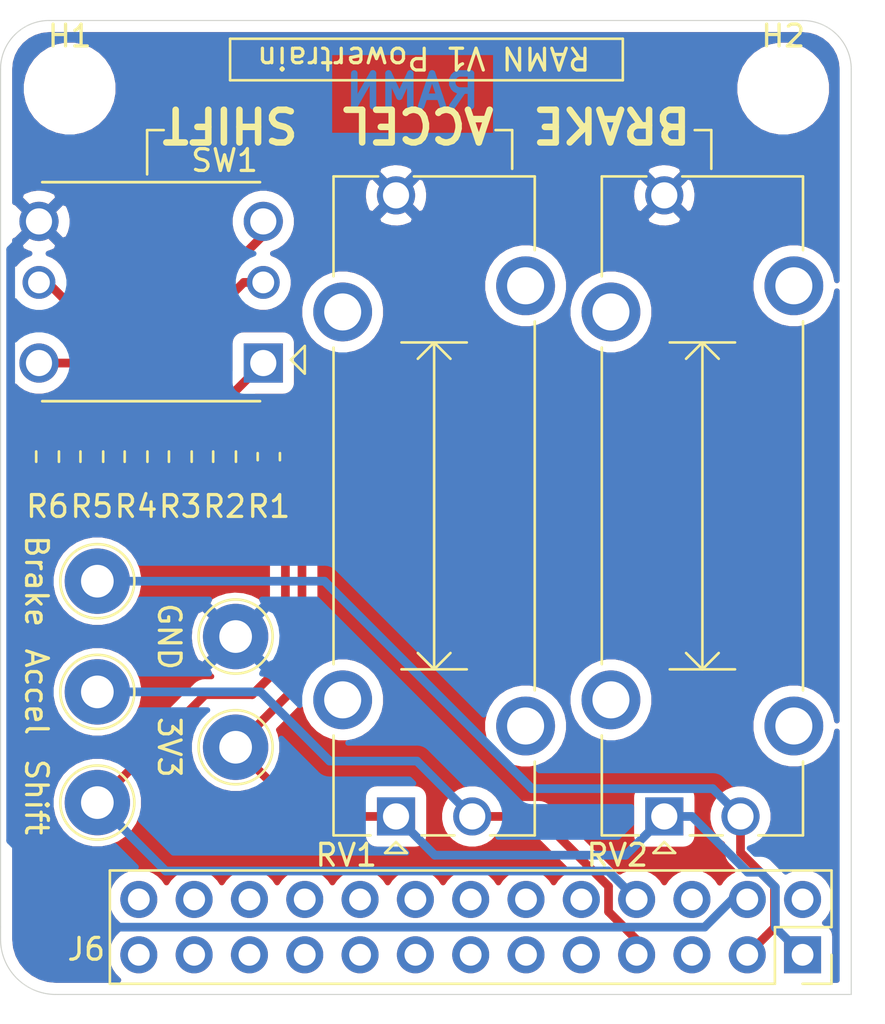
<source format=kicad_pcb>
(kicad_pcb (version 20171130) (host pcbnew "(5.1.8)-1")

  (general
    (thickness 1.6)
    (drawings 25)
    (tracks 80)
    (zones 0)
    (modules 17)
    (nets 31)
  )

  (page A4)
  (layers
    (0 F.Cu signal)
    (31 B.Cu signal)
    (32 B.Adhes user hide)
    (33 F.Adhes user hide)
    (34 B.Paste user hide)
    (35 F.Paste user hide)
    (36 B.SilkS user)
    (37 F.SilkS user)
    (38 B.Mask user hide)
    (39 F.Mask user hide)
    (40 Dwgs.User user hide)
    (41 Cmts.User user hide)
    (42 Eco1.User user)
    (43 Eco2.User user)
    (44 Edge.Cuts user)
    (45 Margin user)
    (46 B.CrtYd user)
    (47 F.CrtYd user)
    (48 B.Fab user hide)
    (49 F.Fab user hide)
  )

  (setup
    (last_trace_width 0.4)
    (trace_clearance 0.2)
    (zone_clearance 0.508)
    (zone_45_only no)
    (trace_min 0.2)
    (via_size 0.8)
    (via_drill 0.4)
    (via_min_size 0.4)
    (via_min_drill 0.3)
    (uvia_size 0.3)
    (uvia_drill 0.1)
    (uvias_allowed no)
    (uvia_min_size 0.2)
    (uvia_min_drill 0.1)
    (edge_width 0.05)
    (segment_width 0.2)
    (pcb_text_width 0.3)
    (pcb_text_size 1.5 1.5)
    (mod_edge_width 0.12)
    (mod_text_size 1 1)
    (mod_text_width 0.15)
    (pad_size 3.2 3.2)
    (pad_drill 3.2)
    (pad_to_mask_clearance 0.051)
    (solder_mask_min_width 0.25)
    (aux_axis_origin 19.05 20.32)
    (visible_elements 7FFFFFFF)
    (pcbplotparams
      (layerselection 0x010ec_ffffffff)
      (usegerberextensions false)
      (usegerberattributes false)
      (usegerberadvancedattributes false)
      (creategerberjobfile false)
      (excludeedgelayer true)
      (linewidth 0.100000)
      (plotframeref false)
      (viasonmask false)
      (mode 1)
      (useauxorigin false)
      (hpglpennumber 1)
      (hpglpenspeed 20)
      (hpglpendiameter 15.000000)
      (psnegative false)
      (psa4output false)
      (plotreference true)
      (plotvalue true)
      (plotinvisibletext false)
      (padsonsilk false)
      (subtractmaskfromsilk false)
      (outputformat 4)
      (mirror false)
      (drillshape 0)
      (scaleselection 1)
      (outputdirectory "CAD/"))
  )

  (net 0 "")
  (net 1 GND)
  (net 2 /3V3_ECU)
  (net 3 Accel)
  (net 4 Brake)
  (net 5 JOYSTICK)
  (net 6 "Net-(R2-Pad2)")
  (net 7 "Net-(R3-Pad2)")
  (net 8 "Net-(R4-Pad2)")
  (net 9 "Net-(R5-Pad2)")
  (net 10 +5V)
  (net 11 "Net-(J6-Pad26)")
  (net 12 "Net-(J6-Pad25)")
  (net 13 "Net-(J6-Pad24)")
  (net 14 "Net-(J6-Pad23)")
  (net 15 "Net-(J6-Pad22)")
  (net 16 "Net-(J6-Pad21)")
  (net 17 "Net-(J6-Pad20)")
  (net 18 "Net-(J6-Pad19)")
  (net 19 "Net-(J6-Pad18)")
  (net 20 "Net-(J6-Pad17)")
  (net 21 "Net-(J6-Pad16)")
  (net 22 "Net-(J6-Pad15)")
  (net 23 "Net-(J6-Pad14)")
  (net 24 "Net-(J6-Pad13)")
  (net 25 "Net-(J6-Pad12)")
  (net 26 "Net-(J6-Pad11)")
  (net 27 "Net-(J6-Pad10)")
  (net 28 "Net-(J6-Pad9)")
  (net 29 "Net-(J6-Pad6)")
  (net 30 "Net-(J6-Pad5)")

  (net_class Default "This is the default net class."
    (clearance 0.2)
    (trace_width 0.4)
    (via_dia 0.8)
    (via_drill 0.4)
    (uvia_dia 0.3)
    (uvia_drill 0.1)
    (add_net +5V)
    (add_net /3V3_ECU)
    (add_net Accel)
    (add_net Brake)
    (add_net GND)
    (add_net JOYSTICK)
    (add_net "Net-(J6-Pad10)")
    (add_net "Net-(J6-Pad11)")
    (add_net "Net-(J6-Pad12)")
    (add_net "Net-(J6-Pad13)")
    (add_net "Net-(J6-Pad14)")
    (add_net "Net-(J6-Pad15)")
    (add_net "Net-(J6-Pad16)")
    (add_net "Net-(J6-Pad17)")
    (add_net "Net-(J6-Pad18)")
    (add_net "Net-(J6-Pad19)")
    (add_net "Net-(J6-Pad20)")
    (add_net "Net-(J6-Pad21)")
    (add_net "Net-(J6-Pad22)")
    (add_net "Net-(J6-Pad23)")
    (add_net "Net-(J6-Pad24)")
    (add_net "Net-(J6-Pad25)")
    (add_net "Net-(J6-Pad26)")
    (add_net "Net-(J6-Pad5)")
    (add_net "Net-(J6-Pad6)")
    (add_net "Net-(J6-Pad9)")
    (add_net "Net-(R2-Pad2)")
    (add_net "Net-(R3-Pad2)")
    (add_net "Net-(R4-Pad2)")
    (add_net "Net-(R5-Pad2)")
  )

  (module snapEDA:SKQUAAA010 (layer F.Cu) (tedit 5FC0717E) (tstamp 5FBFEAF5)
    (at 44.45 29.845 180)
    (path /5FBFA995)
    (fp_text reference SW1 (at 1.778 2.794) (layer F.SilkS)
      (effects (font (size 1 1) (thickness 0.15)))
    )
    (fp_text value SKQUAAA010 (at 5.334 -0.254) (layer F.Fab)
      (effects (font (size 0.787402 0.787402) (thickness 0.015)))
    )
    (fp_line (start -1.905 -5.715) (end -1.905 -6.985) (layer F.SilkS) (width 0.12))
    (fp_line (start -1.27 -6.35) (end -1.905 -5.715) (layer F.SilkS) (width 0.12))
    (fp_line (start -1.905 -6.985) (end -1.27 -6.35) (layer F.SilkS) (width 0.12))
    (fp_line (start 0.15 1.8) (end 10.15 1.8) (layer F.SilkS) (width 0.127))
    (fp_line (start 0.15 -8.25) (end 10.15 -8.25) (layer F.SilkS) (width 0.127))
    (pad 5 thru_hole circle (at 10.3 -2.8 180) (size 1.508 1.508) (drill 1) (layers *.Cu *.Mask)
      (net 8 "Net-(R4-Pad2)"))
    (pad 2 thru_hole circle (at 0 -2.8 180) (size 1.508 1.508) (drill 1) (layers *.Cu *.Mask)
      (net 6 "Net-(R2-Pad2)"))
    (pad 6 thru_hole circle (at 10.3 -6.5 180) (size 1.8 1.8) (drill 1.2) (layers *.Cu *.Mask)
      (net 9 "Net-(R5-Pad2)"))
    (pad 1 thru_hole rect (at 0 -6.5 180) (size 1.8 1.8) (drill 1.2) (layers *.Cu *.Mask)
      (net 5 JOYSTICK))
    (pad 4 thru_hole circle (at 10.3 0 180) (size 1.8 1.8) (drill 1.2) (layers *.Cu *.Mask)
      (net 1 GND))
    (pad 3 thru_hole circle (at 0 0 180) (size 1.8 1.8) (drill 1.2) (layers *.Cu *.Mask)
      (net 7 "Net-(R3-Pad2)"))
    (model C:/Users/Camille/Desktop/KICAD/LIB/snapEDA/3D/skquaaa010.stp
      (offset (xyz 5.05 3.2 -0.4))
      (scale (xyz 1 1 1))
      (rotate (xyz -90 0 0))
    )
  )

  (module Resistor_SMD:R_0603_1608Metric (layer F.Cu) (tedit 5F68FEEE) (tstamp 5FBFF1A9)
    (at 34.544 40.64 270)
    (descr "Resistor SMD 0603 (1608 Metric), square (rectangular) end terminal, IPC_7351 nominal, (Body size source: IPC-SM-782 page 72, https://www.pcb-3d.com/wordpress/wp-content/uploads/ipc-sm-782a_amendment_1_and_2.pdf), generated with kicad-footprint-generator")
    (tags resistor)
    (path /5FC08602)
    (attr smd)
    (fp_text reference R6 (at 2.286 0) (layer F.SilkS)
      (effects (font (size 1 1) (thickness 0.15)))
    )
    (fp_text value 10k (at 0 1.43 90) (layer F.Fab)
      (effects (font (size 1 1) (thickness 0.15)))
    )
    (fp_line (start 1.48 0.73) (end -1.48 0.73) (layer F.CrtYd) (width 0.05))
    (fp_line (start 1.48 -0.73) (end 1.48 0.73) (layer F.CrtYd) (width 0.05))
    (fp_line (start -1.48 -0.73) (end 1.48 -0.73) (layer F.CrtYd) (width 0.05))
    (fp_line (start -1.48 0.73) (end -1.48 -0.73) (layer F.CrtYd) (width 0.05))
    (fp_line (start -0.237258 0.5225) (end 0.237258 0.5225) (layer F.SilkS) (width 0.12))
    (fp_line (start -0.237258 -0.5225) (end 0.237258 -0.5225) (layer F.SilkS) (width 0.12))
    (fp_line (start 0.8 0.4125) (end -0.8 0.4125) (layer F.Fab) (width 0.1))
    (fp_line (start 0.8 -0.4125) (end 0.8 0.4125) (layer F.Fab) (width 0.1))
    (fp_line (start -0.8 -0.4125) (end 0.8 -0.4125) (layer F.Fab) (width 0.1))
    (fp_line (start -0.8 0.4125) (end -0.8 -0.4125) (layer F.Fab) (width 0.1))
    (fp_text user %R (at 0 0 90) (layer F.Fab)
      (effects (font (size 0.4 0.4) (thickness 0.06)))
    )
    (pad 2 smd roundrect (at 0.825 0 270) (size 0.8 0.95) (layers F.Cu F.Paste F.Mask) (roundrect_rratio 0.25)
      (net 1 GND))
    (pad 1 smd roundrect (at -0.825 0 270) (size 0.8 0.95) (layers F.Cu F.Paste F.Mask) (roundrect_rratio 0.25)
      (net 9 "Net-(R5-Pad2)"))
    (model ${KISYS3DMOD}/Resistor_SMD.3dshapes/R_0603_1608Metric.wrl
      (at (xyz 0 0 0))
      (scale (xyz 1 1 1))
      (rotate (xyz 0 0 0))
    )
  )

  (module Resistor_SMD:R_0603_1608Metric (layer F.Cu) (tedit 5F68FEEE) (tstamp 5FBFF149)
    (at 36.576 40.64 90)
    (descr "Resistor SMD 0603 (1608 Metric), square (rectangular) end terminal, IPC_7351 nominal, (Body size source: IPC-SM-782 page 72, https://www.pcb-3d.com/wordpress/wp-content/uploads/ipc-sm-782a_amendment_1_and_2.pdf), generated with kicad-footprint-generator")
    (tags resistor)
    (path /5FC051D6)
    (attr smd)
    (fp_text reference R5 (at -2.286 0 180) (layer F.SilkS)
      (effects (font (size 1 1) (thickness 0.15)))
    )
    (fp_text value 10k (at 0 1.43 90) (layer F.Fab)
      (effects (font (size 1 1) (thickness 0.15)))
    )
    (fp_line (start 1.48 0.73) (end -1.48 0.73) (layer F.CrtYd) (width 0.05))
    (fp_line (start 1.48 -0.73) (end 1.48 0.73) (layer F.CrtYd) (width 0.05))
    (fp_line (start -1.48 -0.73) (end 1.48 -0.73) (layer F.CrtYd) (width 0.05))
    (fp_line (start -1.48 0.73) (end -1.48 -0.73) (layer F.CrtYd) (width 0.05))
    (fp_line (start -0.237258 0.5225) (end 0.237258 0.5225) (layer F.SilkS) (width 0.12))
    (fp_line (start -0.237258 -0.5225) (end 0.237258 -0.5225) (layer F.SilkS) (width 0.12))
    (fp_line (start 0.8 0.4125) (end -0.8 0.4125) (layer F.Fab) (width 0.1))
    (fp_line (start 0.8 -0.4125) (end 0.8 0.4125) (layer F.Fab) (width 0.1))
    (fp_line (start -0.8 -0.4125) (end 0.8 -0.4125) (layer F.Fab) (width 0.1))
    (fp_line (start -0.8 0.4125) (end -0.8 -0.4125) (layer F.Fab) (width 0.1))
    (fp_text user %R (at 0 0 90) (layer F.Fab)
      (effects (font (size 0.4 0.4) (thickness 0.06)))
    )
    (pad 2 smd roundrect (at 0.825 0 90) (size 0.8 0.95) (layers F.Cu F.Paste F.Mask) (roundrect_rratio 0.25)
      (net 9 "Net-(R5-Pad2)"))
    (pad 1 smd roundrect (at -0.825 0 90) (size 0.8 0.95) (layers F.Cu F.Paste F.Mask) (roundrect_rratio 0.25)
      (net 8 "Net-(R4-Pad2)"))
    (model ${KISYS3DMOD}/Resistor_SMD.3dshapes/R_0603_1608Metric.wrl
      (at (xyz 0 0 0))
      (scale (xyz 1 1 1))
      (rotate (xyz 0 0 0))
    )
  )

  (module Resistor_SMD:R_0603_1608Metric (layer F.Cu) (tedit 5F68FEEE) (tstamp 5FBFF548)
    (at 38.608 40.64 90)
    (descr "Resistor SMD 0603 (1608 Metric), square (rectangular) end terminal, IPC_7351 nominal, (Body size source: IPC-SM-782 page 72, https://www.pcb-3d.com/wordpress/wp-content/uploads/ipc-sm-782a_amendment_1_and_2.pdf), generated with kicad-footprint-generator")
    (tags resistor)
    (path /5FC01FBF)
    (attr smd)
    (fp_text reference R4 (at -2.286 0 180) (layer F.SilkS)
      (effects (font (size 1 1) (thickness 0.15)))
    )
    (fp_text value 10k (at 0 1.43 90) (layer F.Fab)
      (effects (font (size 1 1) (thickness 0.15)))
    )
    (fp_line (start 1.48 0.73) (end -1.48 0.73) (layer F.CrtYd) (width 0.05))
    (fp_line (start 1.48 -0.73) (end 1.48 0.73) (layer F.CrtYd) (width 0.05))
    (fp_line (start -1.48 -0.73) (end 1.48 -0.73) (layer F.CrtYd) (width 0.05))
    (fp_line (start -1.48 0.73) (end -1.48 -0.73) (layer F.CrtYd) (width 0.05))
    (fp_line (start -0.237258 0.5225) (end 0.237258 0.5225) (layer F.SilkS) (width 0.12))
    (fp_line (start -0.237258 -0.5225) (end 0.237258 -0.5225) (layer F.SilkS) (width 0.12))
    (fp_line (start 0.8 0.4125) (end -0.8 0.4125) (layer F.Fab) (width 0.1))
    (fp_line (start 0.8 -0.4125) (end 0.8 0.4125) (layer F.Fab) (width 0.1))
    (fp_line (start -0.8 -0.4125) (end 0.8 -0.4125) (layer F.Fab) (width 0.1))
    (fp_line (start -0.8 0.4125) (end -0.8 -0.4125) (layer F.Fab) (width 0.1))
    (fp_text user %R (at 0 0 90) (layer F.Fab)
      (effects (font (size 0.4 0.4) (thickness 0.06)))
    )
    (pad 2 smd roundrect (at 0.825 0 90) (size 0.8 0.95) (layers F.Cu F.Paste F.Mask) (roundrect_rratio 0.25)
      (net 8 "Net-(R4-Pad2)"))
    (pad 1 smd roundrect (at -0.825 0 90) (size 0.8 0.95) (layers F.Cu F.Paste F.Mask) (roundrect_rratio 0.25)
      (net 7 "Net-(R3-Pad2)"))
    (model ${KISYS3DMOD}/Resistor_SMD.3dshapes/R_0603_1608Metric.wrl
      (at (xyz 0 0 0))
      (scale (xyz 1 1 1))
      (rotate (xyz 0 0 0))
    )
  )

  (module Resistor_SMD:R_0603_1608Metric (layer F.Cu) (tedit 5F68FEEE) (tstamp 5FC0C0BA)
    (at 40.64 40.64 270)
    (descr "Resistor SMD 0603 (1608 Metric), square (rectangular) end terminal, IPC_7351 nominal, (Body size source: IPC-SM-782 page 72, https://www.pcb-3d.com/wordpress/wp-content/uploads/ipc-sm-782a_amendment_1_and_2.pdf), generated with kicad-footprint-generator")
    (tags resistor)
    (path /5FC01C49)
    (attr smd)
    (fp_text reference R3 (at 2.286 0) (layer F.SilkS)
      (effects (font (size 1 1) (thickness 0.15)))
    )
    (fp_text value 10k (at 0 1.43 90) (layer F.Fab)
      (effects (font (size 1 1) (thickness 0.15)))
    )
    (fp_line (start 1.48 0.73) (end -1.48 0.73) (layer F.CrtYd) (width 0.05))
    (fp_line (start 1.48 -0.73) (end 1.48 0.73) (layer F.CrtYd) (width 0.05))
    (fp_line (start -1.48 -0.73) (end 1.48 -0.73) (layer F.CrtYd) (width 0.05))
    (fp_line (start -1.48 0.73) (end -1.48 -0.73) (layer F.CrtYd) (width 0.05))
    (fp_line (start -0.237258 0.5225) (end 0.237258 0.5225) (layer F.SilkS) (width 0.12))
    (fp_line (start -0.237258 -0.5225) (end 0.237258 -0.5225) (layer F.SilkS) (width 0.12))
    (fp_line (start 0.8 0.4125) (end -0.8 0.4125) (layer F.Fab) (width 0.1))
    (fp_line (start 0.8 -0.4125) (end 0.8 0.4125) (layer F.Fab) (width 0.1))
    (fp_line (start -0.8 -0.4125) (end 0.8 -0.4125) (layer F.Fab) (width 0.1))
    (fp_line (start -0.8 0.4125) (end -0.8 -0.4125) (layer F.Fab) (width 0.1))
    (fp_text user %R (at 0 0 90) (layer F.Fab)
      (effects (font (size 0.4 0.4) (thickness 0.06)))
    )
    (pad 2 smd roundrect (at 0.825 0 270) (size 0.8 0.95) (layers F.Cu F.Paste F.Mask) (roundrect_rratio 0.25)
      (net 7 "Net-(R3-Pad2)"))
    (pad 1 smd roundrect (at -0.825 0 270) (size 0.8 0.95) (layers F.Cu F.Paste F.Mask) (roundrect_rratio 0.25)
      (net 6 "Net-(R2-Pad2)"))
    (model ${KISYS3DMOD}/Resistor_SMD.3dshapes/R_0603_1608Metric.wrl
      (at (xyz 0 0 0))
      (scale (xyz 1 1 1))
      (rotate (xyz 0 0 0))
    )
  )

  (module Resistor_SMD:R_0603_1608Metric (layer F.Cu) (tedit 5F68FEEE) (tstamp 5FBFF179)
    (at 42.672 40.64 270)
    (descr "Resistor SMD 0603 (1608 Metric), square (rectangular) end terminal, IPC_7351 nominal, (Body size source: IPC-SM-782 page 72, https://www.pcb-3d.com/wordpress/wp-content/uploads/ipc-sm-782a_amendment_1_and_2.pdf), generated with kicad-footprint-generator")
    (tags resistor)
    (path /5FC01876)
    (attr smd)
    (fp_text reference R2 (at 2.286 0) (layer F.SilkS)
      (effects (font (size 1 1) (thickness 0.15)))
    )
    (fp_text value 10k (at 0 1.43 90) (layer F.Fab)
      (effects (font (size 1 1) (thickness 0.15)))
    )
    (fp_line (start 1.48 0.73) (end -1.48 0.73) (layer F.CrtYd) (width 0.05))
    (fp_line (start 1.48 -0.73) (end 1.48 0.73) (layer F.CrtYd) (width 0.05))
    (fp_line (start -1.48 -0.73) (end 1.48 -0.73) (layer F.CrtYd) (width 0.05))
    (fp_line (start -1.48 0.73) (end -1.48 -0.73) (layer F.CrtYd) (width 0.05))
    (fp_line (start -0.237258 0.5225) (end 0.237258 0.5225) (layer F.SilkS) (width 0.12))
    (fp_line (start -0.237258 -0.5225) (end 0.237258 -0.5225) (layer F.SilkS) (width 0.12))
    (fp_line (start 0.8 0.4125) (end -0.8 0.4125) (layer F.Fab) (width 0.1))
    (fp_line (start 0.8 -0.4125) (end 0.8 0.4125) (layer F.Fab) (width 0.1))
    (fp_line (start -0.8 -0.4125) (end 0.8 -0.4125) (layer F.Fab) (width 0.1))
    (fp_line (start -0.8 0.4125) (end -0.8 -0.4125) (layer F.Fab) (width 0.1))
    (fp_text user %R (at 0 0 90) (layer F.Fab)
      (effects (font (size 0.4 0.4) (thickness 0.06)))
    )
    (pad 2 smd roundrect (at 0.825 0 270) (size 0.8 0.95) (layers F.Cu F.Paste F.Mask) (roundrect_rratio 0.25)
      (net 6 "Net-(R2-Pad2)"))
    (pad 1 smd roundrect (at -0.825 0 270) (size 0.8 0.95) (layers F.Cu F.Paste F.Mask) (roundrect_rratio 0.25)
      (net 5 JOYSTICK))
    (model ${KISYS3DMOD}/Resistor_SMD.3dshapes/R_0603_1608Metric.wrl
      (at (xyz 0 0 0))
      (scale (xyz 1 1 1))
      (rotate (xyz 0 0 0))
    )
  )

  (module Connector_PinSocket_2.54mm:PinSocket_2x13_P2.54mm_Vertical (layer F.Cu) (tedit 5A19A430) (tstamp 5DEF09FA)
    (at 69.215 63.5 270)
    (descr "Through hole straight socket strip, 2x13, 2.54mm pitch, double cols (from Kicad 4.0.7), script generated")
    (tags "Through hole socket strip THT 2x13 2.54mm double row")
    (path /5D87B279)
    (fp_text reference J6 (at -0.254 32.893 180) (layer F.SilkS)
      (effects (font (size 1 1) (thickness 0.15)))
    )
    (fp_text value " " (at -1.27 33.25 270) (layer F.Fab)
      (effects (font (size 1 1) (thickness 0.15)))
    )
    (fp_line (start -3.81 -1.27) (end 0.27 -1.27) (layer F.Fab) (width 0.1))
    (fp_line (start 0.27 -1.27) (end 1.27 -0.27) (layer F.Fab) (width 0.1))
    (fp_line (start 1.27 -0.27) (end 1.27 31.75) (layer F.Fab) (width 0.1))
    (fp_line (start 1.27 31.75) (end -3.81 31.75) (layer F.Fab) (width 0.1))
    (fp_line (start -3.81 31.75) (end -3.81 -1.27) (layer F.Fab) (width 0.1))
    (fp_line (start -3.87 -1.33) (end -1.27 -1.33) (layer F.SilkS) (width 0.12))
    (fp_line (start -3.87 -1.33) (end -3.87 31.81) (layer F.SilkS) (width 0.12))
    (fp_line (start -3.87 31.81) (end 1.33 31.81) (layer F.SilkS) (width 0.12))
    (fp_line (start 1.33 1.27) (end 1.33 31.81) (layer F.SilkS) (width 0.12))
    (fp_line (start -1.27 1.27) (end 1.33 1.27) (layer F.SilkS) (width 0.12))
    (fp_line (start -1.27 -1.33) (end -1.27 1.27) (layer F.SilkS) (width 0.12))
    (fp_line (start 1.33 -1.33) (end 1.33 0) (layer F.SilkS) (width 0.12))
    (fp_line (start 0 -1.33) (end 1.33 -1.33) (layer F.SilkS) (width 0.12))
    (fp_line (start -4.34 -1.8) (end 1.76 -1.8) (layer F.CrtYd) (width 0.05))
    (fp_line (start 1.76 -1.8) (end 1.76 32.25) (layer F.CrtYd) (width 0.05))
    (fp_line (start 1.76 32.25) (end -4.34 32.25) (layer F.CrtYd) (width 0.05))
    (fp_line (start -4.34 32.25) (end -4.34 -1.8) (layer F.CrtYd) (width 0.05))
    (fp_text user %R (at -1.27 15.24 180) (layer F.Fab)
      (effects (font (size 1 1) (thickness 0.15)))
    )
    (pad 26 thru_hole oval (at -2.54 30.48 270) (size 1.7 1.7) (drill 1) (layers *.Cu *.Mask)
      (net 11 "Net-(J6-Pad26)"))
    (pad 25 thru_hole oval (at 0 30.48 270) (size 1.7 1.7) (drill 1) (layers *.Cu *.Mask)
      (net 12 "Net-(J6-Pad25)"))
    (pad 24 thru_hole oval (at -2.54 27.94 270) (size 1.7 1.7) (drill 1) (layers *.Cu *.Mask)
      (net 13 "Net-(J6-Pad24)"))
    (pad 23 thru_hole oval (at 0 27.94 270) (size 1.7 1.7) (drill 1) (layers *.Cu *.Mask)
      (net 14 "Net-(J6-Pad23)"))
    (pad 22 thru_hole oval (at -2.54 25.4 270) (size 1.7 1.7) (drill 1) (layers *.Cu *.Mask)
      (net 15 "Net-(J6-Pad22)"))
    (pad 21 thru_hole oval (at 0 25.4 270) (size 1.7 1.7) (drill 1) (layers *.Cu *.Mask)
      (net 16 "Net-(J6-Pad21)"))
    (pad 20 thru_hole oval (at -2.54 22.86 270) (size 1.7 1.7) (drill 1) (layers *.Cu *.Mask)
      (net 17 "Net-(J6-Pad20)"))
    (pad 19 thru_hole oval (at 0 22.86 270) (size 1.7 1.7) (drill 1) (layers *.Cu *.Mask)
      (net 18 "Net-(J6-Pad19)"))
    (pad 18 thru_hole oval (at -2.54 20.32 270) (size 1.7 1.7) (drill 1) (layers *.Cu *.Mask)
      (net 19 "Net-(J6-Pad18)"))
    (pad 17 thru_hole oval (at 0 20.32 270) (size 1.7 1.7) (drill 1) (layers *.Cu *.Mask)
      (net 20 "Net-(J6-Pad17)"))
    (pad 16 thru_hole oval (at -2.54 17.78 270) (size 1.7 1.7) (drill 1) (layers *.Cu *.Mask)
      (net 21 "Net-(J6-Pad16)"))
    (pad 15 thru_hole oval (at 0 17.78 270) (size 1.7 1.7) (drill 1) (layers *.Cu *.Mask)
      (net 22 "Net-(J6-Pad15)"))
    (pad 14 thru_hole oval (at -2.54 15.24 270) (size 1.7 1.7) (drill 1) (layers *.Cu *.Mask)
      (net 23 "Net-(J6-Pad14)"))
    (pad 13 thru_hole oval (at 0 15.24 270) (size 1.7 1.7) (drill 1) (layers *.Cu *.Mask)
      (net 24 "Net-(J6-Pad13)"))
    (pad 12 thru_hole oval (at -2.54 12.7 270) (size 1.7 1.7) (drill 1) (layers *.Cu *.Mask)
      (net 25 "Net-(J6-Pad12)"))
    (pad 11 thru_hole oval (at 0 12.7 270) (size 1.7 1.7) (drill 1) (layers *.Cu *.Mask)
      (net 26 "Net-(J6-Pad11)"))
    (pad 10 thru_hole oval (at -2.54 10.16 270) (size 1.7 1.7) (drill 1) (layers *.Cu *.Mask)
      (net 27 "Net-(J6-Pad10)"))
    (pad 9 thru_hole oval (at 0 10.16 270) (size 1.7 1.7) (drill 1) (layers *.Cu *.Mask)
      (net 28 "Net-(J6-Pad9)"))
    (pad 8 thru_hole oval (at -2.54 7.62 270) (size 1.7 1.7) (drill 1) (layers *.Cu *.Mask)
      (net 5 JOYSTICK))
    (pad 7 thru_hole oval (at 0 7.62 270) (size 1.7 1.7) (drill 1) (layers *.Cu *.Mask)
      (net 3 Accel))
    (pad 6 thru_hole oval (at -2.54 5.08 270) (size 1.7 1.7) (drill 1) (layers *.Cu *.Mask)
      (net 29 "Net-(J6-Pad6)"))
    (pad 5 thru_hole oval (at 0 5.08 270) (size 1.7 1.7) (drill 1) (layers *.Cu *.Mask)
      (net 30 "Net-(J6-Pad5)"))
    (pad 4 thru_hole oval (at -2.54 2.54 270) (size 1.7 1.7) (drill 1) (layers *.Cu *.Mask)
      (net 1 GND))
    (pad 3 thru_hole oval (at 0 2.54 270) (size 1.7 1.7) (drill 1) (layers *.Cu *.Mask)
      (net 4 Brake))
    (pad 2 thru_hole oval (at -2.54 0 270) (size 1.7 1.7) (drill 1) (layers *.Cu *.Mask)
      (net 10 +5V))
    (pad 1 thru_hole rect (at 0 0 270) (size 1.7 1.7) (drill 1) (layers *.Cu *.Mask)
      (net 2 /3V3_ECU))
    (model ${KISYS3DMOD}/Connector_PinSocket_2.54mm.3dshapes/PinSocket_2x13_P2.54mm_Vertical.wrl
      (at (xyz 0 0 0))
      (scale (xyz 1 1 1))
      (rotate (xyz 0 0 0))
    )
    (model ${KISYS3DMOD}/Connector_PinHeader_2.54mm.3dshapes/PinHeader_2x13_P2.54mm_Vertical.step
      (offset (xyz -2.54 -30.48 1))
      (scale (xyz 1 1 1))
      (rotate (xyz 180 0 0))
    )
  )

  (module TestPoint:TestPoint_Loop_D2.54mm_Drill1.5mm_Beaded (layer F.Cu) (tedit 5A0F774F) (tstamp 5DEF08C6)
    (at 36.83 46.355 270)
    (descr "wire loop with bead as test point, loop diameter2.548mm, hole diameter 1.5mm")
    (tags "test point wire loop bead")
    (path /5DF85F29)
    (fp_text reference Brake (at 0 2.794 270 unlocked) (layer F.SilkS)
      (effects (font (size 1 1) (thickness 0.15)))
    )
    (fp_text value " " (at 0 -2.8 90) (layer F.Fab)
      (effects (font (size 1 1) (thickness 0.15)))
    )
    (fp_line (start -1.3 -0.3) (end -1.3 0.3) (layer F.Fab) (width 0.12))
    (fp_line (start -1.3 0.3) (end 1.3 0.3) (layer F.Fab) (width 0.12))
    (fp_line (start 1.3 0.3) (end 1.3 -0.3) (layer F.Fab) (width 0.12))
    (fp_line (start 1.3 -0.3) (end -1.3 -0.3) (layer F.Fab) (width 0.12))
    (fp_circle (center 0 0) (end 2 0) (layer F.CrtYd) (width 0.05))
    (fp_circle (center 0 0) (end 1.7 0) (layer F.SilkS) (width 0.12))
    (fp_circle (center 0 0) (end 1.5 0) (layer F.Fab) (width 0.12))
    (fp_text user %R (at 0.7 2.5 90) (layer F.Fab)
      (effects (font (size 1 1) (thickness 0.15)))
    )
    (pad 1 thru_hole circle (at 0 0 270) (size 3 3) (drill 1.5) (layers *.Cu *.Mask)
      (net 4 Brake))
    (model ${KISYS3DMOD}/TestPoint.3dshapes/TestPoint_Loop_D2.54mm_Drill1.5mm_Beaded.wrl
      (at (xyz 0 0 0))
      (scale (xyz 1 1 1))
      (rotate (xyz 0 0 0))
    )
  )

  (module TestPoint:TestPoint_Loop_D2.54mm_Drill1.5mm_Beaded (layer F.Cu) (tedit 5A0F774F) (tstamp 5DEF08B9)
    (at 36.83 56.515 270)
    (descr "wire loop with bead as test point, loop diameter2.548mm, hole diameter 1.5mm")
    (tags "test point wire loop bead")
    (path /5DF7EE51)
    (fp_text reference Shift (at -0.254 2.794 270 unlocked) (layer F.SilkS)
      (effects (font (size 1 1) (thickness 0.15)))
    )
    (fp_text value TestPoint (at 0 -2.8 90) (layer F.Fab)
      (effects (font (size 1 1) (thickness 0.15)))
    )
    (fp_line (start -1.3 -0.3) (end -1.3 0.3) (layer F.Fab) (width 0.12))
    (fp_line (start -1.3 0.3) (end 1.3 0.3) (layer F.Fab) (width 0.12))
    (fp_line (start 1.3 0.3) (end 1.3 -0.3) (layer F.Fab) (width 0.12))
    (fp_line (start 1.3 -0.3) (end -1.3 -0.3) (layer F.Fab) (width 0.12))
    (fp_circle (center 0 0) (end 2 0) (layer F.CrtYd) (width 0.05))
    (fp_circle (center 0 0) (end 1.7 0) (layer F.SilkS) (width 0.12))
    (fp_circle (center 0 0) (end 1.5 0) (layer F.Fab) (width 0.12))
    (fp_text user %R (at 0.7 2.5 90) (layer F.Fab)
      (effects (font (size 1 1) (thickness 0.15)))
    )
    (pad 1 thru_hole circle (at 0 0 270) (size 3 3) (drill 1.5) (layers *.Cu *.Mask)
      (net 5 JOYSTICK))
    (model ${KISYS3DMOD}/TestPoint.3dshapes/TestPoint_Loop_D2.54mm_Drill1.5mm_Beaded.wrl
      (at (xyz 0 0 0))
      (scale (xyz 1 1 1))
      (rotate (xyz 0 0 0))
    )
  )

  (module TestPoint:TestPoint_Loop_D2.54mm_Drill1.5mm_Beaded (layer F.Cu) (tedit 5A0F774F) (tstamp 5DEF08AC)
    (at 36.83 51.435 270)
    (descr "wire loop with bead as test point, loop diameter2.548mm, hole diameter 1.5mm")
    (tags "test point wire loop bead")
    (path /5DF83B8A)
    (fp_text reference Accel (at 0 2.794 270 unlocked) (layer F.SilkS)
      (effects (font (size 1 1) (thickness 0.15)))
    )
    (fp_text value " " (at 0 -2.8 90) (layer F.Fab)
      (effects (font (size 1 1) (thickness 0.15)))
    )
    (fp_line (start -1.3 -0.3) (end -1.3 0.3) (layer F.Fab) (width 0.12))
    (fp_line (start -1.3 0.3) (end 1.3 0.3) (layer F.Fab) (width 0.12))
    (fp_line (start 1.3 0.3) (end 1.3 -0.3) (layer F.Fab) (width 0.12))
    (fp_line (start 1.3 -0.3) (end -1.3 -0.3) (layer F.Fab) (width 0.12))
    (fp_circle (center 0 0) (end 2 0) (layer F.CrtYd) (width 0.05))
    (fp_circle (center 0 0) (end 1.7 0) (layer F.SilkS) (width 0.12))
    (fp_circle (center 0 0) (end 1.5 0) (layer F.Fab) (width 0.12))
    (fp_text user %R (at 0.7 2.5 90) (layer F.Fab)
      (effects (font (size 1 1) (thickness 0.15)))
    )
    (pad 1 thru_hole circle (at 0 0 270) (size 3 3) (drill 1.5) (layers *.Cu *.Mask)
      (net 3 Accel))
    (model ${KISYS3DMOD}/TestPoint.3dshapes/TestPoint_Loop_D2.54mm_Drill1.5mm_Beaded.wrl
      (at (xyz 0 0 0))
      (scale (xyz 1 1 1))
      (rotate (xyz 0 0 0))
    )
  )

  (module TestPoint:TestPoint_Loop_D2.54mm_Drill1.5mm_Beaded (layer F.Cu) (tedit 5A0F774F) (tstamp 5FC0CAD3)
    (at 43.18 48.895 270)
    (descr "wire loop with bead as test point, loop diameter2.548mm, hole diameter 1.5mm")
    (tags "test point wire loop bead")
    (path /5DF8168E)
    (fp_text reference GND (at 0 3.048 270 unlocked) (layer F.SilkS)
      (effects (font (size 1 1) (thickness 0.15)))
    )
    (fp_text value TestPoint (at 0 -2.8 90) (layer F.Fab)
      (effects (font (size 1 1) (thickness 0.15)))
    )
    (fp_line (start -1.3 -0.3) (end -1.3 0.3) (layer F.Fab) (width 0.12))
    (fp_line (start -1.3 0.3) (end 1.3 0.3) (layer F.Fab) (width 0.12))
    (fp_line (start 1.3 0.3) (end 1.3 -0.3) (layer F.Fab) (width 0.12))
    (fp_line (start 1.3 -0.3) (end -1.3 -0.3) (layer F.Fab) (width 0.12))
    (fp_circle (center 0 0) (end 2 0) (layer F.CrtYd) (width 0.05))
    (fp_circle (center 0 0) (end 1.7 0) (layer F.SilkS) (width 0.12))
    (fp_circle (center 0 0) (end 1.5 0) (layer F.Fab) (width 0.12))
    (fp_text user %R (at 0.7 2.5 90) (layer F.Fab)
      (effects (font (size 1 1) (thickness 0.15)))
    )
    (pad 1 thru_hole circle (at 0 0 270) (size 3 3) (drill 1.5) (layers *.Cu *.Mask)
      (net 1 GND))
    (model ${KISYS3DMOD}/TestPoint.3dshapes/TestPoint_Loop_D2.54mm_Drill1.5mm_Beaded.wrl
      (at (xyz 0 0 0))
      (scale (xyz 1 1 1))
      (rotate (xyz 0 0 0))
    )
  )

  (module TestPoint:TestPoint_Loop_D2.54mm_Drill1.5mm_Beaded (layer F.Cu) (tedit 5A0F774F) (tstamp 5DEF0892)
    (at 43.18 53.975 270)
    (descr "wire loop with bead as test point, loop diameter2.548mm, hole diameter 1.5mm")
    (tags "test point wire loop bead")
    (path /5DF81D44)
    (fp_text reference 3V3 (at 0 3.048 270 unlocked) (layer F.SilkS)
      (effects (font (size 1 1) (thickness 0.15)))
    )
    (fp_text value TestPoint (at 0 -2.8 90) (layer F.Fab)
      (effects (font (size 1 1) (thickness 0.15)))
    )
    (fp_line (start -1.3 -0.3) (end -1.3 0.3) (layer F.Fab) (width 0.12))
    (fp_line (start -1.3 0.3) (end 1.3 0.3) (layer F.Fab) (width 0.12))
    (fp_line (start 1.3 0.3) (end 1.3 -0.3) (layer F.Fab) (width 0.12))
    (fp_line (start 1.3 -0.3) (end -1.3 -0.3) (layer F.Fab) (width 0.12))
    (fp_circle (center 0 0) (end 2 0) (layer F.CrtYd) (width 0.05))
    (fp_circle (center 0 0) (end 1.7 0) (layer F.SilkS) (width 0.12))
    (fp_circle (center 0 0) (end 1.5 0) (layer F.Fab) (width 0.12))
    (fp_text user %R (at 0.7 2.5 90) (layer F.Fab)
      (effects (font (size 1 1) (thickness 0.15)))
    )
    (pad 1 thru_hole circle (at 0 0 270) (size 3 3) (drill 1.5) (layers *.Cu *.Mask)
      (net 2 /3V3_ECU))
    (model ${KISYS3DMOD}/TestPoint.3dshapes/TestPoint_Loop_D2.54mm_Drill1.5mm_Beaded.wrl
      (at (xyz 0 0 0))
      (scale (xyz 1 1 1))
      (rotate (xyz 0 0 0))
    )
  )

  (module Resistor_SMD:R_0603_1608Metric (layer F.Cu) (tedit 5B301BBD) (tstamp 5FBFF239)
    (at 44.704 40.64 90)
    (descr "Resistor SMD 0603 (1608 Metric), square (rectangular) end terminal, IPC_7351 nominal, (Body size source: http://www.tortai-tech.com/upload/download/2011102023233369053.pdf), generated with kicad-footprint-generator")
    (tags resistor)
    (path /5DF64316)
    (attr smd)
    (fp_text reference R1 (at -2.286 0) (layer F.SilkS)
      (effects (font (size 1 1) (thickness 0.15)))
    )
    (fp_text value 10k (at 0 1.43 90) (layer F.Fab)
      (effects (font (size 1 1) (thickness 0.15)))
    )
    (fp_line (start -0.8 0.4) (end -0.8 -0.4) (layer F.Fab) (width 0.1))
    (fp_line (start -0.8 -0.4) (end 0.8 -0.4) (layer F.Fab) (width 0.1))
    (fp_line (start 0.8 -0.4) (end 0.8 0.4) (layer F.Fab) (width 0.1))
    (fp_line (start 0.8 0.4) (end -0.8 0.4) (layer F.Fab) (width 0.1))
    (fp_line (start -0.162779 -0.51) (end 0.162779 -0.51) (layer F.SilkS) (width 0.12))
    (fp_line (start -0.162779 0.51) (end 0.162779 0.51) (layer F.SilkS) (width 0.12))
    (fp_line (start -1.48 0.73) (end -1.48 -0.73) (layer F.CrtYd) (width 0.05))
    (fp_line (start -1.48 -0.73) (end 1.48 -0.73) (layer F.CrtYd) (width 0.05))
    (fp_line (start 1.48 -0.73) (end 1.48 0.73) (layer F.CrtYd) (width 0.05))
    (fp_line (start 1.48 0.73) (end -1.48 0.73) (layer F.CrtYd) (width 0.05))
    (fp_text user %R (at 0 0 90) (layer F.Fab)
      (effects (font (size 0.4 0.4) (thickness 0.06)))
    )
    (pad 2 smd roundrect (at 0.7875 0 90) (size 0.875 0.95) (layers F.Cu F.Paste F.Mask) (roundrect_rratio 0.25)
      (net 5 JOYSTICK))
    (pad 1 smd roundrect (at -0.7875 0 90) (size 0.875 0.95) (layers F.Cu F.Paste F.Mask) (roundrect_rratio 0.25)
      (net 2 /3V3_ECU))
    (model ${KISYS3DMOD}/Resistor_SMD.3dshapes/R_0603_1608Metric.wrl
      (at (xyz 0 0 0))
      (scale (xyz 1 1 1))
      (rotate (xyz 0 0 0))
    )
  )

  (module Potentiometer_THT:Potentiometer_Bourns_PTA1543_Single_Slide (layer F.Cu) (tedit 5B92F08E) (tstamp 5D80BD04)
    (at 62.865 57.15 90)
    (descr "Bourns single-gang slide potentiometer, 15.0mm travel, https://www.bourns.com/docs/Product-Datasheets/pta.pdf")
    (tags "Bourns single-gang slide potentiometer 15.0mm")
    (path /5D8112ED)
    (fp_text reference RV2 (at -1.778 -2.159 180) (layer F.SilkS)
      (effects (font (size 1 1) (thickness 0.15)))
    )
    (fp_text value R_POT_TRIM_US (at 14.25 7.5 90) (layer F.Fab)
      (effects (font (size 1 1) (thickness 0.15)))
    )
    (fp_circle (center 1.25 1.75) (end 2.25 1.75) (layer F.Fab) (width 0.1))
    (fp_circle (center 27.25 1.75) (end 28.25 1.75) (layer F.Fab) (width 0.1))
    (fp_line (start 0.25 -2.75) (end 29.25 -2.75) (layer F.Fab) (width 0.1))
    (fp_line (start 29.25 -2.75) (end 29.25 6.25) (layer F.Fab) (width 0.1))
    (fp_line (start 29.25 6.25) (end -0.75 6.25) (layer F.Fab) (width 0.1))
    (fp_line (start -0.75 6.25) (end -0.75 -1.75) (layer F.Fab) (width 0.1))
    (fp_line (start -0.75 -1.75) (end 0.25 -2.75) (layer F.Fab) (width 0.1))
    (fp_line (start -0.87 -2.87) (end 3.715 -2.87) (layer F.SilkS) (width 0.12))
    (fp_line (start 6.986 -2.87) (end 21.515 -2.87) (layer F.SilkS) (width 0.12))
    (fp_line (start 24.786 -2.87) (end 29.37 -2.87) (layer F.SilkS) (width 0.12))
    (fp_line (start -0.87 6.37) (end 2.515 6.37) (layer F.SilkS) (width 0.12))
    (fp_line (start 5.786 6.37) (end 22.715 6.37) (layer F.SilkS) (width 0.12))
    (fp_line (start 25.986 6.37) (end 29.37 6.37) (layer F.SilkS) (width 0.12))
    (fp_line (start -0.87 -2.87) (end -0.87 -1.175) (layer F.SilkS) (width 0.12))
    (fp_line (start -0.87 1.175) (end -0.87 2.678) (layer F.SilkS) (width 0.12))
    (fp_line (start -0.87 4.323) (end -0.87 6.37) (layer F.SilkS) (width 0.12))
    (fp_line (start 29.37 -2.87) (end 29.37 -0.823) (layer F.SilkS) (width 0.12))
    (fp_line (start 29.37 0.823) (end 29.37 6.37) (layer F.SilkS) (width 0.12))
    (fp_line (start -1.175 0) (end -1.675 -0.5) (layer F.SilkS) (width 0.12))
    (fp_line (start -1.675 -0.5) (end -1.675 0.5) (layer F.SilkS) (width 0.12))
    (fp_line (start -1.675 0.5) (end -1.175 0) (layer F.SilkS) (width 0.12))
    (fp_line (start 6.75 1.75) (end 21.75 1.75) (layer F.SilkS) (width 0.12))
    (fp_line (start 6.75 0.25) (end 6.75 3.25) (layer F.SilkS) (width 0.12))
    (fp_line (start 7.5 1) (end 6.75 1.75) (layer F.SilkS) (width 0.12))
    (fp_line (start 6.75 1.75) (end 7.5 2.5) (layer F.SilkS) (width 0.12))
    (fp_line (start 21.75 0.25) (end 21.75 3.25) (layer F.SilkS) (width 0.12))
    (fp_line (start 21 1) (end 21.75 1.75) (layer F.SilkS) (width 0.12))
    (fp_line (start 21.75 1.75) (end 21 2.5) (layer F.SilkS) (width 0.12))
    (fp_line (start -1.25 -3.25) (end -1.25 6.75) (layer F.CrtYd) (width 0.05))
    (fp_line (start -1.25 6.75) (end 29.75 6.75) (layer F.CrtYd) (width 0.05))
    (fp_line (start 29.75 6.75) (end 29.75 -3.25) (layer F.CrtYd) (width 0.05))
    (fp_line (start 29.75 -3.25) (end -1.25 -3.25) (layer F.CrtYd) (width 0.05))
    (fp_text user %R (at 14.25 1.75 90) (layer F.Fab)
      (effects (font (size 1 1) (thickness 0.15)))
    )
    (pad MP thru_hole circle (at 24.35 5.95 90) (size 2.7 2.7) (drill 1.7) (layers *.Cu *.Mask))
    (pad MP thru_hole circle (at 4.15 5.95 90) (size 2.7 2.7) (drill 1.7) (layers *.Cu *.Mask))
    (pad MP thru_hole circle (at 23.15 -2.45 90) (size 2.7 2.7) (drill 1.7) (layers *.Cu *.Mask))
    (pad MP thru_hole circle (at 5.35 -2.45 90) (size 2.7 2.7) (drill 1.7) (layers *.Cu *.Mask))
    (pad 3 thru_hole circle (at 28.5 0 90) (size 1.75 1.75) (drill 1.2) (layers *.Cu *.Mask)
      (net 1 GND))
    (pad 2 thru_hole circle (at 0 3.5 90) (size 1.75 1.75) (drill 1.2) (layers *.Cu *.Mask)
      (net 4 Brake))
    (pad 1 thru_hole rect (at 0 0 90) (size 1.75 1.75) (drill 1.2) (layers *.Cu *.Mask)
      (net 2 /3V3_ECU))
    (model ${KISYS3DMOD}/Potentiometer_THT.3dshapes/Potentiometer_Bourns_PTA1543_Single_Slide.wrl
      (at (xyz 0 0 0))
      (scale (xyz 1 1 1))
      (rotate (xyz 0 0 0))
    )
  )

  (module Potentiometer_THT:Potentiometer_Bourns_PTA1543_Single_Slide (layer F.Cu) (tedit 5B92F08E) (tstamp 5FC0C254)
    (at 50.546 57.15 90)
    (descr "Bourns single-gang slide potentiometer, 15.0mm travel, https://www.bourns.com/docs/Product-Datasheets/pta.pdf")
    (tags "Bourns single-gang slide potentiometer 15.0mm")
    (path /5D80FCC3)
    (fp_text reference RV1 (at -1.778 -2.286 180) (layer F.SilkS)
      (effects (font (size 1 1) (thickness 0.15)))
    )
    (fp_text value R_POT_TRIM_US (at 14.25 7.5 90) (layer F.Fab)
      (effects (font (size 1 1) (thickness 0.15)))
    )
    (fp_circle (center 1.25 1.75) (end 2.25 1.75) (layer F.Fab) (width 0.1))
    (fp_circle (center 27.25 1.75) (end 28.25 1.75) (layer F.Fab) (width 0.1))
    (fp_line (start 0.25 -2.75) (end 29.25 -2.75) (layer F.Fab) (width 0.1))
    (fp_line (start 29.25 -2.75) (end 29.25 6.25) (layer F.Fab) (width 0.1))
    (fp_line (start 29.25 6.25) (end -0.75 6.25) (layer F.Fab) (width 0.1))
    (fp_line (start -0.75 6.25) (end -0.75 -1.75) (layer F.Fab) (width 0.1))
    (fp_line (start -0.75 -1.75) (end 0.25 -2.75) (layer F.Fab) (width 0.1))
    (fp_line (start -0.87 -2.87) (end 3.715 -2.87) (layer F.SilkS) (width 0.12))
    (fp_line (start 6.986 -2.87) (end 21.515 -2.87) (layer F.SilkS) (width 0.12))
    (fp_line (start 24.786 -2.87) (end 29.37 -2.87) (layer F.SilkS) (width 0.12))
    (fp_line (start -0.87 6.37) (end 2.515 6.37) (layer F.SilkS) (width 0.12))
    (fp_line (start 5.786 6.37) (end 22.715 6.37) (layer F.SilkS) (width 0.12))
    (fp_line (start 25.986 6.37) (end 29.37 6.37) (layer F.SilkS) (width 0.12))
    (fp_line (start -0.87 -2.87) (end -0.87 -1.175) (layer F.SilkS) (width 0.12))
    (fp_line (start -0.87 1.175) (end -0.87 2.678) (layer F.SilkS) (width 0.12))
    (fp_line (start -0.87 4.323) (end -0.87 6.37) (layer F.SilkS) (width 0.12))
    (fp_line (start 29.37 -2.87) (end 29.37 -0.823) (layer F.SilkS) (width 0.12))
    (fp_line (start 29.37 0.823) (end 29.37 6.37) (layer F.SilkS) (width 0.12))
    (fp_line (start -1.175 0) (end -1.675 -0.5) (layer F.SilkS) (width 0.12))
    (fp_line (start -1.675 -0.5) (end -1.675 0.5) (layer F.SilkS) (width 0.12))
    (fp_line (start -1.675 0.5) (end -1.175 0) (layer F.SilkS) (width 0.12))
    (fp_line (start 6.75 1.75) (end 21.75 1.75) (layer F.SilkS) (width 0.12))
    (fp_line (start 6.75 0.25) (end 6.75 3.25) (layer F.SilkS) (width 0.12))
    (fp_line (start 7.5 1) (end 6.75 1.75) (layer F.SilkS) (width 0.12))
    (fp_line (start 6.75 1.75) (end 7.5 2.5) (layer F.SilkS) (width 0.12))
    (fp_line (start 21.75 0.25) (end 21.75 3.25) (layer F.SilkS) (width 0.12))
    (fp_line (start 21 1) (end 21.75 1.75) (layer F.SilkS) (width 0.12))
    (fp_line (start 21.75 1.75) (end 21 2.5) (layer F.SilkS) (width 0.12))
    (fp_line (start -1.25 -3.25) (end -1.25 6.75) (layer F.CrtYd) (width 0.05))
    (fp_line (start -1.25 6.75) (end 29.75 6.75) (layer F.CrtYd) (width 0.05))
    (fp_line (start 29.75 6.75) (end 29.75 -3.25) (layer F.CrtYd) (width 0.05))
    (fp_line (start 29.75 -3.25) (end -1.25 -3.25) (layer F.CrtYd) (width 0.05))
    (fp_text user %R (at 14.25 1.75 90) (layer F.Fab)
      (effects (font (size 1 1) (thickness 0.15)))
    )
    (pad MP thru_hole circle (at 24.35 5.95 90) (size 2.7 2.7) (drill 1.7) (layers *.Cu *.Mask))
    (pad MP thru_hole circle (at 4.15 5.95 90) (size 2.7 2.7) (drill 1.7) (layers *.Cu *.Mask))
    (pad MP thru_hole circle (at 23.15 -2.45 90) (size 2.7 2.7) (drill 1.7) (layers *.Cu *.Mask))
    (pad MP thru_hole circle (at 5.35 -2.45 90) (size 2.7 2.7) (drill 1.7) (layers *.Cu *.Mask))
    (pad 3 thru_hole circle (at 28.5 0 90) (size 1.75 1.75) (drill 1.2) (layers *.Cu *.Mask)
      (net 1 GND))
    (pad 2 thru_hole circle (at 0 3.5 90) (size 1.75 1.75) (drill 1.2) (layers *.Cu *.Mask)
      (net 3 Accel))
    (pad 1 thru_hole rect (at 0 0 90) (size 1.75 1.75) (drill 1.2) (layers *.Cu *.Mask)
      (net 2 /3V3_ECU))
    (model ${KISYS3DMOD}/Potentiometer_THT.3dshapes/Potentiometer_Bourns_PTA1543_Single_Slide.wrl
      (at (xyz 0 0 0))
      (scale (xyz 1 1 1))
      (rotate (xyz 0 0 0))
    )
  )

  (module MountingHole:MountingHole_3.2mm_M3_ISO7380 (layer F.Cu) (tedit 56D1B4CB) (tstamp 5D80B57D)
    (at 68.326 23.749)
    (descr "Mounting Hole 3.2mm, no annular, M3, ISO7380")
    (tags "mounting hole 3.2mm no annular m3 iso7380")
    (path /5D80EE26)
    (attr virtual)
    (fp_text reference H2 (at 0 -2.413 180) (layer F.SilkS)
      (effects (font (size 1 1) (thickness 0.15)))
    )
    (fp_text value MountingHole (at 0 3.85) (layer F.Fab)
      (effects (font (size 1 1) (thickness 0.15)))
    )
    (fp_circle (center 0 0) (end 2.85 0) (layer Cmts.User) (width 0.15))
    (fp_circle (center 0 0) (end 3.1 0) (layer F.CrtYd) (width 0.05))
    (fp_text user %R (at 0.3 0) (layer F.Fab)
      (effects (font (size 1 1) (thickness 0.15)))
    )
    (pad 1 np_thru_hole circle (at 0 0) (size 3.2 3.2) (drill 3.2) (layers *.Cu *.Mask))
  )

  (module MountingHole:MountingHole_3.2mm_M3_ISO7380 (layer F.Cu) (tedit 5DEE4960) (tstamp 5D80B575)
    (at 35.56 23.749)
    (descr "Mounting Hole 3.2mm, no annular, M3, ISO7380")
    (tags "mounting hole 3.2mm no annular m3 iso7380")
    (path /5D80EA60)
    (attr virtual)
    (fp_text reference H1 (at 0 -2.413 180) (layer F.SilkS)
      (effects (font (size 1 1) (thickness 0.15)))
    )
    (fp_text value MountingHole (at 0 3.85) (layer F.Fab)
      (effects (font (size 1 1) (thickness 0.15)))
    )
    (fp_circle (center 0 0) (end 2.85 0) (layer Cmts.User) (width 0.15))
    (fp_circle (center 0 0) (end 3.1 0) (layer F.CrtYd) (width 0.05))
    (fp_text user %R (at 0.3 0) (layer F.Fab)
      (effects (font (size 1 1) (thickness 0.15)))
    )
    (pad "" np_thru_hole circle (at 0 0) (size 3.2 3.2) (drill 3.2) (layers *.Cu *.Mask))
  )

  (dimension 44.696041 (width 0.15) (layer Dwgs.User) (tstamp 5FBFF2DC)
    (gr_text "44.696 mm" (at 29.584471 43.009637 -89.60901798) (layer Dwgs.User) (tstamp 5FBFF2DC)
      (effects (font (size 1 1) (thickness 0.15)))
    )
    (feature1 (pts (xy 34.874 20.625) (xy 30.145534 20.657267)))
    (feature2 (pts (xy 35.179 65.32) (xy 30.450534 65.352267)))
    (crossbar (pts (xy 31.036941 65.348266) (xy 30.731941 20.653266)))
    (arrow1a (pts (xy 30.731941 20.653266) (xy 31.326035 21.775742)))
    (arrow1b (pts (xy 30.731941 20.653266) (xy 30.153221 21.783745)))
    (arrow2a (pts (xy 31.036941 65.348266) (xy 31.615661 64.217787)))
    (arrow2b (pts (xy 31.036941 65.348266) (xy 30.442847 64.22579)))
  )
  (dimension 39.065 (width 0.15) (layer Dwgs.User)
    (gr_text "39.065 mm" (at 51.9175 17.75) (layer Dwgs.User)
      (effects (font (size 1 1) (thickness 0.15)))
    )
    (feature1 (pts (xy 71.45 22.86) (xy 71.45 18.463579)))
    (feature2 (pts (xy 32.385 22.86) (xy 32.385 18.463579)))
    (crossbar (pts (xy 32.385 19.05) (xy 71.45 19.05)))
    (arrow1a (pts (xy 71.45 19.05) (xy 70.323496 19.636421)))
    (arrow1b (pts (xy 71.45 19.05) (xy 70.323496 18.463579)))
    (arrow2a (pts (xy 32.385 19.05) (xy 33.511504 19.636421)))
    (arrow2b (pts (xy 32.385 19.05) (xy 33.511504 18.463579)))
  )
  (gr_line (start 60.96 21.463) (end 42.926 21.463) (layer F.SilkS) (width 0.12) (tstamp 5DEF5E34))
  (gr_line (start 60.96 23.368) (end 60.96 21.463) (layer F.SilkS) (width 0.12))
  (gr_line (start 42.926 23.368) (end 60.96 23.368) (layer F.SilkS) (width 0.12))
  (gr_line (start 42.926 23.368) (end 42.926 21.463) (layer F.SilkS) (width 0.12))
  (gr_text RAMN (at 51.308 23.876) (layer B.Cu)
    (effects (font (size 1.5 1.5) (thickness 0.3)) (justify mirror))
  )
  (gr_text "RAMN V1 Powertrain" (at 51.816 22.352 180) (layer F.SilkS)
    (effects (font (size 1 1) (thickness 0.15)))
  )
  (gr_line (start 39.116 25.654) (end 39.116 27.686) (layer F.SilkS) (width 0.12))
  (gr_line (start 39.878 25.654) (end 39.116 25.654) (layer F.SilkS) (width 0.12))
  (gr_line (start 55.88 25.654) (end 55.88 27.432) (layer F.SilkS) (width 0.12))
  (gr_line (start 55.118 25.654) (end 55.88 25.654) (layer F.SilkS) (width 0.12))
  (gr_line (start 65.024 25.654) (end 65.024 27.432) (layer F.SilkS) (width 0.12))
  (gr_line (start 64.262 25.654) (end 65.024 25.654) (layer F.SilkS) (width 0.12))
  (gr_text SHIFT (at 42.926 25.4 180) (layer F.SilkS) (tstamp 5DEF4C8A)
    (effects (font (size 1.5 1.5) (thickness 0.3)))
  )
  (gr_arc (start 34.925 62.78) (end 32.385 62.78) (angle -90) (layer Edge.Cuts) (width 0.05))
  (gr_line (start 32.385 62.23) (end 32.385 62.78) (layer Edge.Cuts) (width 0.05))
  (gr_arc (start 34.62 22.86) (end 34.62 20.625) (angle -90) (layer Edge.Cuts) (width 0.05) (tstamp 5E00D05D))
  (gr_line (start 32.385 22.86) (end 32.385 62.23) (layer Edge.Cuts) (width 0.05) (tstamp 5E00D027))
  (gr_arc (start 69.215 22.86) (end 71.45 22.86) (angle -90) (layer Edge.Cuts) (width 0.05))
  (gr_text ACCEL (at 51.562 25.4 180) (layer F.SilkS) (tstamp 5DEF4C8D)
    (effects (font (size 1.5 1.5) (thickness 0.3)))
  )
  (gr_text BRAKE (at 60.452 25.4 180) (layer F.SilkS) (tstamp 5DEF4C90)
    (effects (font (size 1.5 1.5) (thickness 0.3)))
  )
  (gr_line (start 71.45 22.86) (end 71.45 65.32) (layer Edge.Cuts) (width 0.05) (tstamp 5D8164D6))
  (gr_line (start 34.925 65.32) (end 71.45 65.32) (layer Edge.Cuts) (width 0.05))
  (gr_line (start 34.62 20.625) (end 69.215 20.625) (layer Edge.Cuts) (width 0.05) (tstamp 5D814D71))

  (segment (start 66.675 60.96) (end 65.985002 60.96) (width 0.4) (layer B.Cu) (net 1) (status 30))
  (segment (start 65.985002 60.96) (end 64.715002 62.23) (width 0.4) (layer B.Cu) (net 1) (status 10))
  (segment (start 64.715002 62.23) (end 36.83 62.23) (width 0.4) (layer B.Cu) (net 1))
  (segment (start 32.849999 31.145001) (end 34.15 29.845) (width 0.4) (layer B.Cu) (net 1))
  (segment (start 32.849999 58.249999) (end 32.849999 31.145001) (width 0.4) (layer B.Cu) (net 1))
  (segment (start 35.687 61.087) (end 32.849999 58.249999) (width 0.4) (layer B.Cu) (net 1))
  (segment (start 36.83 62.23) (end 35.687 61.087) (width 0.4) (layer B.Cu) (net 1))
  (segment (start 35.687 61.087) (end 35.56 60.96) (width 0.4) (layer B.Cu) (net 1))
  (segment (start 67.964999 60.399997) (end 67.964999 62.249999) (width 0.4) (layer B.Cu) (net 2))
  (segment (start 67.275001 59.709999) (end 67.964999 60.399997) (width 0.4) (layer B.Cu) (net 2))
  (segment (start 67.964999 62.249999) (end 69.215 63.5) (width 0.4) (layer B.Cu) (net 2))
  (segment (start 66.697499 59.709999) (end 67.275001 59.709999) (width 0.4) (layer B.Cu) (net 2))
  (segment (start 64.1375 57.15) (end 66.697499 59.709999) (width 0.4) (layer B.Cu) (net 2))
  (segment (start 62.865 57.15) (end 64.1375 57.15) (width 0.4) (layer B.Cu) (net 2))
  (segment (start 61.087 58.928) (end 62.865 57.15) (width 0.4) (layer B.Cu) (net 2))
  (segment (start 52.324 58.928) (end 61.087 58.928) (width 0.4) (layer B.Cu) (net 2))
  (segment (start 50.546 57.15) (end 52.324 58.928) (width 0.4) (layer B.Cu) (net 2))
  (segment (start 46.355 57.15) (end 43.18 53.975) (width 0.4) (layer F.Cu) (net 2))
  (segment (start 50.546 57.15) (end 46.355 57.15) (width 0.4) (layer F.Cu) (net 2))
  (segment (start 46.228 42.9515) (end 44.704 41.4275) (width 0.4) (layer F.Cu) (net 2))
  (segment (start 46.228 50.927) (end 46.228 42.9515) (width 0.4) (layer F.Cu) (net 2))
  (segment (start 43.18 53.975) (end 46.228 50.927) (width 0.4) (layer F.Cu) (net 2))
  (segment (start 55.283436 57.15) (end 54.046 57.15) (width 0.4) (layer F.Cu) (net 3) (status 20))
  (segment (start 57.095002 57.15) (end 55.283436 57.15) (width 0.4) (layer F.Cu) (net 3))
  (segment (start 60.305001 60.359999) (end 57.095002 57.15) (width 0.4) (layer F.Cu) (net 3))
  (segment (start 60.305001 61.520003) (end 60.305001 60.359999) (width 0.4) (layer F.Cu) (net 3))
  (segment (start 61.595 63.5) (end 61.595 62.810002) (width 0.4) (layer F.Cu) (net 3) (status 30))
  (segment (start 61.595 62.810002) (end 60.305001 61.520003) (width 0.4) (layer F.Cu) (net 3) (status 10))
  (segment (start 44.323 51.435) (end 36.83 51.435) (width 0.4) (layer B.Cu) (net 3))
  (segment (start 51.506 54.61) (end 47.498 54.61) (width 0.4) (layer B.Cu) (net 3))
  (segment (start 47.498 54.61) (end 44.323 51.435) (width 0.4) (layer B.Cu) (net 3))
  (segment (start 54.046 57.15) (end 51.506 54.61) (width 0.4) (layer B.Cu) (net 3))
  (segment (start 67.524999 62.650001) (end 66.675 63.5) (width 0.4) (layer F.Cu) (net 4) (status 20))
  (segment (start 67.925001 62.249999) (end 67.524999 62.650001) (width 0.4) (layer F.Cu) (net 4))
  (segment (start 67.925001 60.359999) (end 67.925001 62.249999) (width 0.4) (layer F.Cu) (net 4))
  (segment (start 66.365 57.15) (end 66.365 58.799998) (width 0.4) (layer F.Cu) (net 4) (status 10))
  (segment (start 66.365 58.799998) (end 67.925001 60.359999) (width 0.4) (layer F.Cu) (net 4))
  (segment (start 65.089999 55.874999) (end 66.365 57.15) (width 0.4) (layer B.Cu) (net 4))
  (segment (start 56.780997 55.874999) (end 65.089999 55.874999) (width 0.4) (layer B.Cu) (net 4))
  (segment (start 47.260998 46.355) (end 56.780997 55.874999) (width 0.4) (layer B.Cu) (net 4))
  (segment (start 36.83 46.355) (end 47.260998 46.355) (width 0.4) (layer B.Cu) (net 4))
  (segment (start 42.672 38.123) (end 44.45 36.345) (width 0.4) (layer F.Cu) (net 5))
  (segment (start 42.672 39.815) (end 42.672 38.123) (width 0.4) (layer F.Cu) (net 5))
  (segment (start 42.7095 39.8525) (end 42.672 39.815) (width 0.4) (layer F.Cu) (net 5))
  (segment (start 44.704 39.8525) (end 42.7095 39.8525) (width 0.4) (layer F.Cu) (net 5))
  (segment (start 60.29001 59.65501) (end 61.595 60.96) (width 0.4) (layer B.Cu) (net 5))
  (segment (start 39.97001 59.65501) (end 60.29001 59.65501) (width 0.4) (layer B.Cu) (net 5))
  (segment (start 36.83 56.515) (end 39.97001 59.65501) (width 0.4) (layer B.Cu) (net 5))
  (segment (start 43.54701 41.62057) (end 43.54701 41.00949) (width 0.4) (layer F.Cu) (net 5))
  (segment (start 44.19145 42.26501) (end 43.54701 41.62057) (width 0.4) (layer F.Cu) (net 5))
  (segment (start 43.54701 41.00949) (end 44.704 39.8525) (width 0.4) (layer F.Cu) (net 5))
  (segment (start 45.466 43.18) (end 44.55101 42.26501) (width 0.4) (layer F.Cu) (net 5))
  (segment (start 45.466 50.038) (end 45.466 43.18) (width 0.4) (layer F.Cu) (net 5))
  (segment (start 43.942 51.562) (end 45.466 50.038) (width 0.4) (layer F.Cu) (net 5))
  (segment (start 44.55101 42.26501) (end 44.19145 42.26501) (width 0.4) (layer F.Cu) (net 5))
  (segment (start 41.783 51.562) (end 43.942 51.562) (width 0.4) (layer F.Cu) (net 5))
  (segment (start 36.83 56.515) (end 41.783 51.562) (width 0.4) (layer F.Cu) (net 5))
  (segment (start 43.555 32.645) (end 44.45 32.645) (width 0.4) (layer F.Cu) (net 6))
  (segment (start 40.64 35.56) (end 43.555 32.645) (width 0.4) (layer F.Cu) (net 6))
  (segment (start 40.64 39.815) (end 40.64 35.56) (width 0.4) (layer F.Cu) (net 6))
  (segment (start 41.022 39.815) (end 42.672 41.465) (width 0.4) (layer F.Cu) (net 6))
  (segment (start 40.64 39.815) (end 41.022 39.815) (width 0.4) (layer F.Cu) (net 6))
  (segment (start 39.561 41.465) (end 40.64 41.465) (width 0.4) (layer F.Cu) (net 7))
  (segment (start 38.608 41.465) (end 39.561 41.465) (width 0.4) (layer F.Cu) (net 7))
  (segment (start 39.624 35.306) (end 39.624 41.402) (width 0.4) (layer F.Cu) (net 7))
  (segment (start 44.45 30.48) (end 39.624 35.306) (width 0.4) (layer F.Cu) (net 7))
  (segment (start 39.624 41.402) (end 39.561 41.465) (width 0.4) (layer F.Cu) (net 7))
  (segment (start 44.45 29.845) (end 44.45 30.48) (width 0.4) (layer F.Cu) (net 7))
  (segment (start 36.958 41.465) (end 38.608 39.815) (width 0.4) (layer F.Cu) (net 8))
  (segment (start 36.576 41.465) (end 36.958 41.465) (width 0.4) (layer F.Cu) (net 8))
  (segment (start 34.5405 32.645) (end 34.15 32.645) (width 0.4) (layer F.Cu) (net 8))
  (segment (start 38.608 36.7125) (end 34.5405 32.645) (width 0.4) (layer F.Cu) (net 8))
  (segment (start 38.608 39.815) (end 38.608 36.7125) (width 0.4) (layer F.Cu) (net 8))
  (segment (start 34.036 36.459) (end 34.15 36.345) (width 0.4) (layer F.Cu) (net 9))
  (segment (start 34.544 36.739) (end 34.15 36.345) (width 0.4) (layer F.Cu) (net 9))
  (segment (start 36.576 39.815) (end 34.544 39.815) (width 0.4) (layer F.Cu) (net 9))
  (segment (start 35.837 36.345) (end 34.15 36.345) (width 0.4) (layer F.Cu) (net 9))
  (segment (start 37.338 37.846) (end 35.837 36.345) (width 0.4) (layer F.Cu) (net 9))
  (segment (start 37.338 39.053) (end 37.338 37.846) (width 0.4) (layer F.Cu) (net 9))
  (segment (start 36.576 39.815) (end 37.338 39.053) (width 0.4) (layer F.Cu) (net 9))

  (zone (net 1) (net_name GND) (layer F.Cu) (tstamp 5DF2323D) (hatch edge 0.508)
    (connect_pads (clearance 0.508))
    (min_thickness 0.254)
    (fill yes (arc_segments 32) (thermal_gap 0.508) (thermal_bridge_width 0.508))
    (polygon
      (pts
        (xy 32.385 19.685) (xy 73.025 19.685) (xy 73.025 66.675) (xy 32.385 66.675)
      )
    )
    (filled_polygon
      (pts
        (xy 69.520302 21.3181) (xy 69.813976 21.406765) (xy 70.084843 21.550787) (xy 70.322565 21.744669) (xy 70.518111 21.981043)
        (xy 70.664018 22.250892) (xy 70.754731 22.543939) (xy 70.79 22.879496) (xy 70.79 32.554222) (xy 70.723718 32.220997)
        (xy 70.574085 31.85975) (xy 70.356851 31.534636) (xy 70.080364 31.258149) (xy 69.75525 31.040915) (xy 69.394003 30.891282)
        (xy 69.010505 30.815) (xy 68.619495 30.815) (xy 68.235997 30.891282) (xy 67.87475 31.040915) (xy 67.549636 31.258149)
        (xy 67.273149 31.534636) (xy 67.055915 31.85975) (xy 66.906282 32.220997) (xy 66.83 32.604495) (xy 66.83 32.995505)
        (xy 66.906282 33.379003) (xy 67.055915 33.74025) (xy 67.273149 34.065364) (xy 67.549636 34.341851) (xy 67.87475 34.559085)
        (xy 68.235997 34.708718) (xy 68.619495 34.785) (xy 69.010505 34.785) (xy 69.394003 34.708718) (xy 69.75525 34.559085)
        (xy 70.080364 34.341851) (xy 70.356851 34.065364) (xy 70.574085 33.74025) (xy 70.723718 33.379003) (xy 70.79 33.045778)
        (xy 70.790001 52.754225) (xy 70.723718 52.420997) (xy 70.574085 52.05975) (xy 70.356851 51.734636) (xy 70.080364 51.458149)
        (xy 69.75525 51.240915) (xy 69.394003 51.091282) (xy 69.010505 51.015) (xy 68.619495 51.015) (xy 68.235997 51.091282)
        (xy 67.87475 51.240915) (xy 67.549636 51.458149) (xy 67.273149 51.734636) (xy 67.055915 52.05975) (xy 66.906282 52.420997)
        (xy 66.83 52.804495) (xy 66.83 53.195505) (xy 66.906282 53.579003) (xy 67.055915 53.94025) (xy 67.273149 54.265364)
        (xy 67.549636 54.541851) (xy 67.87475 54.759085) (xy 68.235997 54.908718) (xy 68.619495 54.985) (xy 69.010505 54.985)
        (xy 69.394003 54.908718) (xy 69.75525 54.759085) (xy 70.080364 54.541851) (xy 70.356851 54.265364) (xy 70.574085 53.94025)
        (xy 70.723718 53.579003) (xy 70.790001 53.245775) (xy 70.790001 64.66) (xy 70.61932 64.66) (xy 70.654502 64.59418)
        (xy 70.690812 64.474482) (xy 70.703072 64.35) (xy 70.703072 62.65) (xy 70.690812 62.525518) (xy 70.654502 62.40582)
        (xy 70.595537 62.295506) (xy 70.516185 62.198815) (xy 70.419494 62.119463) (xy 70.30918 62.060498) (xy 70.23662 62.038487)
        (xy 70.368475 61.906632) (xy 70.53099 61.663411) (xy 70.642932 61.393158) (xy 70.7 61.10626) (xy 70.7 60.81374)
        (xy 70.642932 60.526842) (xy 70.53099 60.256589) (xy 70.368475 60.013368) (xy 70.161632 59.806525) (xy 69.918411 59.64401)
        (xy 69.648158 59.532068) (xy 69.36126 59.475) (xy 69.06874 59.475) (xy 68.781842 59.532068) (xy 68.511589 59.64401)
        (xy 68.43863 59.692759) (xy 67.2 58.454131) (xy 67.2 58.408132) (xy 67.327569 58.322893) (xy 67.537893 58.112569)
        (xy 67.703144 57.865253) (xy 67.816971 57.590451) (xy 67.875 57.298722) (xy 67.875 57.001278) (xy 67.816971 56.709549)
        (xy 67.703144 56.434747) (xy 67.537893 56.187431) (xy 67.327569 55.977107) (xy 67.080253 55.811856) (xy 66.805451 55.698029)
        (xy 66.513722 55.64) (xy 66.216278 55.64) (xy 65.924549 55.698029) (xy 65.649747 55.811856) (xy 65.402431 55.977107)
        (xy 65.192107 56.187431) (xy 65.026856 56.434747) (xy 64.913029 56.709549) (xy 64.855 57.001278) (xy 64.855 57.298722)
        (xy 64.913029 57.590451) (xy 65.026856 57.865253) (xy 65.192107 58.112569) (xy 65.402431 58.322893) (xy 65.530001 58.408132)
        (xy 65.530001 58.75897) (xy 65.52596 58.799998) (xy 65.542082 58.963686) (xy 65.589828 59.121084) (xy 65.589829 59.121085)
        (xy 65.667365 59.266144) (xy 65.77171 59.393289) (xy 65.803574 59.419439) (xy 66.019448 59.635313) (xy 65.90808 59.688359)
        (xy 65.674731 59.862412) (xy 65.479822 60.078645) (xy 65.410195 60.195534) (xy 65.288475 60.013368) (xy 65.081632 59.806525)
        (xy 64.838411 59.64401) (xy 64.568158 59.532068) (xy 64.28126 59.475) (xy 63.98874 59.475) (xy 63.701842 59.532068)
        (xy 63.431589 59.64401) (xy 63.188368 59.806525) (xy 62.981525 60.013368) (xy 62.865 60.18776) (xy 62.748475 60.013368)
        (xy 62.541632 59.806525) (xy 62.298411 59.64401) (xy 62.028158 59.532068) (xy 61.74126 59.475) (xy 61.44874 59.475)
        (xy 61.161842 59.532068) (xy 60.891589 59.64401) (xy 60.81863 59.69276) (xy 57.714448 56.588579) (xy 57.688293 56.556709)
        (xy 57.561148 56.452364) (xy 57.416089 56.374828) (xy 57.258691 56.327082) (xy 57.136021 56.315) (xy 57.13602 56.315)
        (xy 57.095002 56.31096) (xy 57.053984 56.315) (xy 55.304132 56.315) (xy 55.277405 56.275) (xy 61.351928 56.275)
        (xy 61.351928 58.025) (xy 61.364188 58.149482) (xy 61.400498 58.26918) (xy 61.459463 58.379494) (xy 61.538815 58.476185)
        (xy 61.635506 58.555537) (xy 61.74582 58.614502) (xy 61.865518 58.650812) (xy 61.99 58.663072) (xy 63.74 58.663072)
        (xy 63.864482 58.650812) (xy 63.98418 58.614502) (xy 64.094494 58.555537) (xy 64.191185 58.476185) (xy 64.270537 58.379494)
        (xy 64.329502 58.26918) (xy 64.365812 58.149482) (xy 64.378072 58.025) (xy 64.378072 56.275) (xy 64.365812 56.150518)
        (xy 64.329502 56.03082) (xy 64.270537 55.920506) (xy 64.191185 55.823815) (xy 64.094494 55.744463) (xy 63.98418 55.685498)
        (xy 63.864482 55.649188) (xy 63.74 55.636928) (xy 61.99 55.636928) (xy 61.865518 55.649188) (xy 61.74582 55.685498)
        (xy 61.635506 55.744463) (xy 61.538815 55.823815) (xy 61.459463 55.920506) (xy 61.400498 56.03082) (xy 61.364188 56.150518)
        (xy 61.351928 56.275) (xy 55.277405 56.275) (xy 55.218893 56.187431) (xy 55.008569 55.977107) (xy 54.761253 55.811856)
        (xy 54.486451 55.698029) (xy 54.194722 55.64) (xy 53.897278 55.64) (xy 53.605549 55.698029) (xy 53.330747 55.811856)
        (xy 53.083431 55.977107) (xy 52.873107 56.187431) (xy 52.707856 56.434747) (xy 52.594029 56.709549) (xy 52.536 57.001278)
        (xy 52.536 57.298722) (xy 52.594029 57.590451) (xy 52.707856 57.865253) (xy 52.873107 58.112569) (xy 53.083431 58.322893)
        (xy 53.330747 58.488144) (xy 53.605549 58.601971) (xy 53.897278 58.66) (xy 54.194722 58.66) (xy 54.486451 58.601971)
        (xy 54.761253 58.488144) (xy 55.008569 58.322893) (xy 55.218893 58.112569) (xy 55.304132 57.985) (xy 56.749135 57.985)
        (xy 58.39158 59.627445) (xy 58.351589 59.64401) (xy 58.108368 59.806525) (xy 57.901525 60.013368) (xy 57.785 60.18776)
        (xy 57.668475 60.013368) (xy 57.461632 59.806525) (xy 57.218411 59.64401) (xy 56.948158 59.532068) (xy 56.66126 59.475)
        (xy 56.36874 59.475) (xy 56.081842 59.532068) (xy 55.811589 59.64401) (xy 55.568368 59.806525) (xy 55.361525 60.013368)
        (xy 55.245 60.18776) (xy 55.128475 60.013368) (xy 54.921632 59.806525) (xy 54.678411 59.64401) (xy 54.408158 59.532068)
        (xy 54.12126 59.475) (xy 53.82874 59.475) (xy 53.541842 59.532068) (xy 53.271589 59.64401) (xy 53.028368 59.806525)
        (xy 52.821525 60.013368) (xy 52.705 60.18776) (xy 52.588475 60.013368) (xy 52.381632 59.806525) (xy 52.138411 59.64401)
        (xy 51.868158 59.532068) (xy 51.58126 59.475) (xy 51.28874 59.475) (xy 51.001842 59.532068) (xy 50.731589 59.64401)
        (xy 50.488368 59.806525) (xy 50.281525 60.013368) (xy 50.165 60.18776) (xy 50.048475 60.013368) (xy 49.841632 59.806525)
        (xy 49.598411 59.64401) (xy 49.328158 59.532068) (xy 49.04126 59.475) (xy 48.74874 59.475) (xy 48.461842 59.532068)
        (xy 48.191589 59.64401) (xy 47.948368 59.806525) (xy 47.741525 60.013368) (xy 47.625 60.18776) (xy 47.508475 60.013368)
        (xy 47.301632 59.806525) (xy 47.058411 59.64401) (xy 46.788158 59.532068) (xy 46.50126 59.475) (xy 46.20874 59.475)
        (xy 45.921842 59.532068) (xy 45.651589 59.64401) (xy 45.408368 59.806525) (xy 45.201525 60.013368) (xy 45.085 60.18776)
        (xy 44.968475 60.013368) (xy 44.761632 59.806525) (xy 44.518411 59.64401) (xy 44.248158 59.532068) (xy 43.96126 59.475)
        (xy 43.66874 59.475) (xy 43.381842 59.532068) (xy 43.111589 59.64401) (xy 42.868368 59.806525) (xy 42.661525 60.013368)
        (xy 42.545 60.18776) (xy 42.428475 60.013368) (xy 42.221632 59.806525) (xy 41.978411 59.64401) (xy 41.708158 59.532068)
        (xy 41.42126 59.475) (xy 41.12874 59.475) (xy 40.841842 59.532068) (xy 40.571589 59.64401) (xy 40.328368 59.806525)
        (xy 40.121525 60.013368) (xy 40.005 60.18776) (xy 39.888475 60.013368) (xy 39.681632 59.806525) (xy 39.438411 59.64401)
        (xy 39.168158 59.532068) (xy 38.88126 59.475) (xy 38.58874 59.475) (xy 38.301842 59.532068) (xy 38.031589 59.64401)
        (xy 37.788368 59.806525) (xy 37.581525 60.013368) (xy 37.41901 60.256589) (xy 37.307068 60.526842) (xy 37.25 60.81374)
        (xy 37.25 61.10626) (xy 37.307068 61.393158) (xy 37.41901 61.663411) (xy 37.581525 61.906632) (xy 37.788368 62.113475)
        (xy 37.96276 62.23) (xy 37.788368 62.346525) (xy 37.581525 62.553368) (xy 37.41901 62.796589) (xy 37.307068 63.066842)
        (xy 37.25 63.35374) (xy 37.25 63.64626) (xy 37.307068 63.933158) (xy 37.41901 64.203411) (xy 37.581525 64.446632)
        (xy 37.788368 64.653475) (xy 37.798133 64.66) (xy 34.957279 64.66) (xy 34.560455 64.621091) (xy 34.209794 64.51522)
        (xy 33.886377 64.343257) (xy 33.602518 64.111748) (xy 33.369035 63.829514) (xy 33.194816 63.507304) (xy 33.086498 63.157385)
        (xy 33.045 62.762557) (xy 33.045 51.224721) (xy 34.695 51.224721) (xy 34.695 51.645279) (xy 34.777047 52.057756)
        (xy 34.937988 52.446302) (xy 35.171637 52.795983) (xy 35.469017 53.093363) (xy 35.818698 53.327012) (xy 36.207244 53.487953)
        (xy 36.619721 53.57) (xy 37.040279 53.57) (xy 37.452756 53.487953) (xy 37.841302 53.327012) (xy 38.190983 53.093363)
        (xy 38.488363 52.795983) (xy 38.722012 52.446302) (xy 38.882953 52.057756) (xy 38.965 51.645279) (xy 38.965 51.224721)
        (xy 38.882953 50.812244) (xy 38.722012 50.423698) (xy 38.488363 50.074017) (xy 38.190983 49.776637) (xy 37.841302 49.542988)
        (xy 37.452756 49.382047) (xy 37.040279 49.3) (xy 36.619721 49.3) (xy 36.207244 49.382047) (xy 35.818698 49.542988)
        (xy 35.469017 49.776637) (xy 35.171637 50.074017) (xy 34.937988 50.423698) (xy 34.777047 50.812244) (xy 34.695 51.224721)
        (xy 33.045 51.224721) (xy 33.045 48.937824) (xy 41.035098 48.937824) (xy 41.084666 49.355451) (xy 41.214757 49.755383)
        (xy 41.372786 50.051038) (xy 41.688347 50.207048) (xy 43.000395 48.895) (xy 41.688347 47.582952) (xy 41.372786 47.738962)
        (xy 41.18198 48.113745) (xy 41.067956 48.518551) (xy 41.035098 48.937824) (xy 33.045 48.937824) (xy 33.045 46.144721)
        (xy 34.695 46.144721) (xy 34.695 46.565279) (xy 34.777047 46.977756) (xy 34.937988 47.366302) (xy 35.171637 47.715983)
        (xy 35.469017 48.013363) (xy 35.818698 48.247012) (xy 36.207244 48.407953) (xy 36.619721 48.49) (xy 37.040279 48.49)
        (xy 37.452756 48.407953) (xy 37.841302 48.247012) (xy 38.190983 48.013363) (xy 38.488363 47.715983) (xy 38.722012 47.366302)
        (xy 38.882953 46.977756) (xy 38.965 46.565279) (xy 38.965 46.144721) (xy 38.882953 45.732244) (xy 38.722012 45.343698)
        (xy 38.488363 44.994017) (xy 38.190983 44.696637) (xy 37.841302 44.462988) (xy 37.452756 44.302047) (xy 37.040279 44.22)
        (xy 36.619721 44.22) (xy 36.207244 44.302047) (xy 35.818698 44.462988) (xy 35.469017 44.696637) (xy 35.171637 44.994017)
        (xy 34.937988 45.343698) (xy 34.777047 45.732244) (xy 34.695 46.144721) (xy 33.045 46.144721) (xy 33.045 41.865)
        (xy 33.430928 41.865) (xy 33.443188 41.989482) (xy 33.479498 42.10918) (xy 33.538463 42.219494) (xy 33.617815 42.316185)
        (xy 33.714506 42.395537) (xy 33.82482 42.454502) (xy 33.944518 42.490812) (xy 34.069 42.503072) (xy 34.25825 42.5)
        (xy 34.417 42.34125) (xy 34.417 41.592) (xy 33.59275 41.592) (xy 33.434 41.75075) (xy 33.430928 41.865)
        (xy 33.045 41.865) (xy 33.045 37.410817) (xy 33.171495 37.537312) (xy 33.422905 37.705299) (xy 33.702257 37.821011)
        (xy 33.998816 37.88) (xy 34.301184 37.88) (xy 34.597743 37.821011) (xy 34.877095 37.705299) (xy 35.128505 37.537312)
        (xy 35.342312 37.323505) (xy 35.438199 37.18) (xy 35.491133 37.18) (xy 36.503001 38.191869) (xy 36.503 38.707131)
        (xy 36.433204 38.776928) (xy 36.301 38.776928) (xy 36.1375 38.793031) (xy 35.980284 38.840722) (xy 35.835392 38.918169)
        (xy 35.760051 38.98) (xy 35.359949 38.98) (xy 35.284608 38.918169) (xy 35.139716 38.840722) (xy 34.9825 38.793031)
        (xy 34.819 38.776928) (xy 34.269 38.776928) (xy 34.1055 38.793031) (xy 33.948284 38.840722) (xy 33.803392 38.918169)
        (xy 33.676394 39.022394) (xy 33.572169 39.149392) (xy 33.494722 39.294284) (xy 33.447031 39.4515) (xy 33.430928 39.615)
        (xy 33.430928 40.015) (xy 33.447031 40.1785) (xy 33.494722 40.335716) (xy 33.572169 40.480608) (xy 33.655863 40.58259)
        (xy 33.617815 40.613815) (xy 33.538463 40.710506) (xy 33.479498 40.82082) (xy 33.443188 40.940518) (xy 33.430928 41.065)
        (xy 33.434 41.17925) (xy 33.59275 41.338) (xy 34.417 41.338) (xy 34.417 41.318) (xy 34.671 41.318)
        (xy 34.671 41.338) (xy 34.691 41.338) (xy 34.691 41.592) (xy 34.671 41.592) (xy 34.671 42.34125)
        (xy 34.82975 42.5) (xy 35.019 42.503072) (xy 35.143482 42.490812) (xy 35.26318 42.454502) (xy 35.373494 42.395537)
        (xy 35.470185 42.316185) (xy 35.549537 42.219494) (xy 35.600609 42.123947) (xy 35.604169 42.130608) (xy 35.708394 42.257606)
        (xy 35.835392 42.361831) (xy 35.980284 42.439278) (xy 36.1375 42.486969) (xy 36.301 42.503072) (xy 36.851 42.503072)
        (xy 37.0145 42.486969) (xy 37.171716 42.439278) (xy 37.316608 42.361831) (xy 37.443606 42.257606) (xy 37.547831 42.130608)
        (xy 37.592 42.047974) (xy 37.636169 42.130608) (xy 37.740394 42.257606) (xy 37.867392 42.361831) (xy 38.012284 42.439278)
        (xy 38.1695 42.486969) (xy 38.333 42.503072) (xy 38.883 42.503072) (xy 39.0465 42.486969) (xy 39.203716 42.439278)
        (xy 39.348608 42.361831) (xy 39.423949 42.3) (xy 39.519982 42.3) (xy 39.561 42.30404) (xy 39.602018 42.3)
        (xy 39.824051 42.3) (xy 39.899392 42.361831) (xy 40.044284 42.439278) (xy 40.2015 42.486969) (xy 40.365 42.503072)
        (xy 40.915 42.503072) (xy 41.0785 42.486969) (xy 41.235716 42.439278) (xy 41.380608 42.361831) (xy 41.507606 42.257606)
        (xy 41.611831 42.130608) (xy 41.656 42.047974) (xy 41.700169 42.130608) (xy 41.804394 42.257606) (xy 41.931392 42.361831)
        (xy 42.076284 42.439278) (xy 42.2335 42.486969) (xy 42.397 42.503072) (xy 42.947 42.503072) (xy 43.1105 42.486969)
        (xy 43.204137 42.458565) (xy 43.572012 42.826441) (xy 43.598159 42.858301) (xy 43.630018 42.884447) (xy 43.63002 42.884449)
        (xy 43.711721 42.951499) (xy 43.725304 42.962646) (xy 43.870363 43.040182) (xy 44.027761 43.087928) (xy 44.150431 43.10001)
        (xy 44.150432 43.10001) (xy 44.19145 43.10405) (xy 44.207593 43.10246) (xy 44.631001 43.525869) (xy 44.631 47.312914)
        (xy 44.606739 47.288653) (xy 44.492047 47.403345) (xy 44.336038 47.087786) (xy 43.961255 46.89698) (xy 43.556449 46.782956)
        (xy 43.137176 46.750098) (xy 42.719549 46.799666) (xy 42.319617 46.929757) (xy 42.023962 47.087786) (xy 41.867952 47.403347)
        (xy 43.18 48.715395) (xy 43.194143 48.701253) (xy 43.373748 48.880858) (xy 43.359605 48.895) (xy 43.373748 48.909143)
        (xy 43.194143 49.088748) (xy 43.18 49.074605) (xy 41.867952 50.386653) (xy 42.023962 50.702214) (xy 42.072647 50.727)
        (xy 41.824018 50.727) (xy 41.783 50.72296) (xy 41.741982 50.727) (xy 41.741981 50.727) (xy 41.619311 50.739082)
        (xy 41.461913 50.786828) (xy 41.316854 50.864364) (xy 41.240532 50.927) (xy 41.189709 50.968709) (xy 41.163563 51.000568)
        (xy 37.629059 54.535074) (xy 37.452756 54.462047) (xy 37.040279 54.38) (xy 36.619721 54.38) (xy 36.207244 54.462047)
        (xy 35.818698 54.622988) (xy 35.469017 54.856637) (xy 35.171637 55.154017) (xy 34.937988 55.503698) (xy 34.777047 55.892244)
        (xy 34.695 56.304721) (xy 34.695 56.725279) (xy 34.777047 57.137756) (xy 34.937988 57.526302) (xy 35.171637 57.875983)
        (xy 35.469017 58.173363) (xy 35.818698 58.407012) (xy 36.207244 58.567953) (xy 36.619721 58.65) (xy 37.040279 58.65)
        (xy 37.452756 58.567953) (xy 37.841302 58.407012) (xy 38.190983 58.173363) (xy 38.488363 57.875983) (xy 38.722012 57.526302)
        (xy 38.882953 57.137756) (xy 38.965 56.725279) (xy 38.965 56.304721) (xy 38.882953 55.892244) (xy 38.809926 55.715941)
        (xy 41.115482 53.410387) (xy 41.045 53.764721) (xy 41.045 54.185279) (xy 41.127047 54.597756) (xy 41.287988 54.986302)
        (xy 41.521637 55.335983) (xy 41.819017 55.633363) (xy 42.168698 55.867012) (xy 42.557244 56.027953) (xy 42.969721 56.11)
        (xy 43.390279 56.11) (xy 43.802756 56.027953) (xy 43.979059 55.954926) (xy 45.735559 57.711427) (xy 45.761709 57.743291)
        (xy 45.888854 57.847636) (xy 46.033913 57.925172) (xy 46.191311 57.972918) (xy 46.354999 57.98904) (xy 46.396018 57.985)
        (xy 49.032928 57.985) (xy 49.032928 58.025) (xy 49.045188 58.149482) (xy 49.081498 58.26918) (xy 49.140463 58.379494)
        (xy 49.219815 58.476185) (xy 49.316506 58.555537) (xy 49.42682 58.614502) (xy 49.546518 58.650812) (xy 49.671 58.663072)
        (xy 51.421 58.663072) (xy 51.545482 58.650812) (xy 51.66518 58.614502) (xy 51.775494 58.555537) (xy 51.872185 58.476185)
        (xy 51.951537 58.379494) (xy 52.010502 58.26918) (xy 52.046812 58.149482) (xy 52.059072 58.025) (xy 52.059072 56.275)
        (xy 52.046812 56.150518) (xy 52.010502 56.03082) (xy 51.951537 55.920506) (xy 51.872185 55.823815) (xy 51.775494 55.744463)
        (xy 51.66518 55.685498) (xy 51.545482 55.649188) (xy 51.421 55.636928) (xy 49.671 55.636928) (xy 49.546518 55.649188)
        (xy 49.42682 55.685498) (xy 49.316506 55.744463) (xy 49.219815 55.823815) (xy 49.140463 55.920506) (xy 49.081498 56.03082)
        (xy 49.045188 56.150518) (xy 49.032928 56.275) (xy 49.032928 56.315) (xy 46.700868 56.315) (xy 45.159926 54.774059)
        (xy 45.232953 54.597756) (xy 45.315 54.185279) (xy 45.315 53.764721) (xy 45.232953 53.352244) (xy 45.159926 53.175942)
        (xy 46.149054 52.186815) (xy 46.187282 52.379003) (xy 46.336915 52.74025) (xy 46.554149 53.065364) (xy 46.830636 53.341851)
        (xy 47.15575 53.559085) (xy 47.516997 53.708718) (xy 47.900495 53.785) (xy 48.291505 53.785) (xy 48.675003 53.708718)
        (xy 49.03625 53.559085) (xy 49.361364 53.341851) (xy 49.637851 53.065364) (xy 49.812157 52.804495) (xy 54.511 52.804495)
        (xy 54.511 53.195505) (xy 54.587282 53.579003) (xy 54.736915 53.94025) (xy 54.954149 54.265364) (xy 55.230636 54.541851)
        (xy 55.55575 54.759085) (xy 55.916997 54.908718) (xy 56.300495 54.985) (xy 56.691505 54.985) (xy 57.075003 54.908718)
        (xy 57.43625 54.759085) (xy 57.761364 54.541851) (xy 58.037851 54.265364) (xy 58.255085 53.94025) (xy 58.404718 53.579003)
        (xy 58.481 53.195505) (xy 58.481 52.804495) (xy 58.404718 52.420997) (xy 58.255085 52.05975) (xy 58.037851 51.734636)
        (xy 57.90771 51.604495) (xy 58.43 51.604495) (xy 58.43 51.995505) (xy 58.506282 52.379003) (xy 58.655915 52.74025)
        (xy 58.873149 53.065364) (xy 59.149636 53.341851) (xy 59.47475 53.559085) (xy 59.835997 53.708718) (xy 60.219495 53.785)
        (xy 60.610505 53.785) (xy 60.994003 53.708718) (xy 61.35525 53.559085) (xy 61.680364 53.341851) (xy 61.956851 53.065364)
        (xy 62.174085 52.74025) (xy 62.323718 52.379003) (xy 62.4 51.995505) (xy 62.4 51.604495) (xy 62.323718 51.220997)
        (xy 62.174085 50.85975) (xy 61.956851 50.534636) (xy 61.680364 50.258149) (xy 61.35525 50.040915) (xy 60.994003 49.891282)
        (xy 60.610505 49.815) (xy 60.219495 49.815) (xy 59.835997 49.891282) (xy 59.47475 50.040915) (xy 59.149636 50.258149)
        (xy 58.873149 50.534636) (xy 58.655915 50.85975) (xy 58.506282 51.220997) (xy 58.43 51.604495) (xy 57.90771 51.604495)
        (xy 57.761364 51.458149) (xy 57.43625 51.240915) (xy 57.075003 51.091282) (xy 56.691505 51.015) (xy 56.300495 51.015)
        (xy 55.916997 51.091282) (xy 55.55575 51.240915) (xy 55.230636 51.458149) (xy 54.954149 51.734636) (xy 54.736915 52.05975)
        (xy 54.587282 52.420997) (xy 54.511 52.804495) (xy 49.812157 52.804495) (xy 49.855085 52.74025) (xy 50.004718 52.379003)
        (xy 50.081 51.995505) (xy 50.081 51.604495) (xy 50.004718 51.220997) (xy 49.855085 50.85975) (xy 49.637851 50.534636)
        (xy 49.361364 50.258149) (xy 49.03625 50.040915) (xy 48.675003 49.891282) (xy 48.291505 49.815) (xy 47.900495 49.815)
        (xy 47.516997 49.891282) (xy 47.15575 50.040915) (xy 47.063 50.102889) (xy 47.063 42.992507) (xy 47.067039 42.951499)
        (xy 47.063 42.910491) (xy 47.063 42.910481) (xy 47.050918 42.787811) (xy 47.003172 42.630413) (xy 46.925636 42.485354)
        (xy 46.821291 42.358209) (xy 46.789426 42.332059) (xy 45.817072 41.359705) (xy 45.817072 41.20875) (xy 45.800608 41.041592)
        (xy 45.75185 40.880858) (xy 45.672671 40.732725) (xy 45.596574 40.64) (xy 45.672671 40.547275) (xy 45.75185 40.399142)
        (xy 45.800608 40.238408) (xy 45.817072 40.07125) (xy 45.817072 39.63375) (xy 45.800608 39.466592) (xy 45.75185 39.305858)
        (xy 45.672671 39.157725) (xy 45.566115 39.027885) (xy 45.436275 38.921329) (xy 45.288142 38.84215) (xy 45.127408 38.793392)
        (xy 44.96025 38.776928) (xy 44.44775 38.776928) (xy 44.280592 38.793392) (xy 44.119858 38.84215) (xy 43.971725 38.921329)
        (xy 43.854539 39.0175) (xy 43.533643 39.0175) (xy 43.507 38.995635) (xy 43.507 38.468867) (xy 44.092796 37.883072)
        (xy 45.35 37.883072) (xy 45.474482 37.870812) (xy 45.59418 37.834502) (xy 45.704494 37.775537) (xy 45.801185 37.696185)
        (xy 45.880537 37.599494) (xy 45.939502 37.48918) (xy 45.975812 37.369482) (xy 45.988072 37.245) (xy 45.988072 35.445)
        (xy 45.975812 35.320518) (xy 45.939502 35.20082) (xy 45.880537 35.090506) (xy 45.801185 34.993815) (xy 45.704494 34.914463)
        (xy 45.59418 34.855498) (xy 45.474482 34.819188) (xy 45.35 34.806928) (xy 43.55 34.806928) (xy 43.425518 34.819188)
        (xy 43.30582 34.855498) (xy 43.195506 34.914463) (xy 43.098815 34.993815) (xy 43.019463 35.090506) (xy 42.960498 35.20082)
        (xy 42.924188 35.320518) (xy 42.911928 35.445) (xy 42.911928 36.702204) (xy 42.110574 37.503559) (xy 42.07871 37.529709)
        (xy 42.052562 37.561571) (xy 41.974364 37.656855) (xy 41.896828 37.801914) (xy 41.849082 37.959312) (xy 41.83296 38.123)
        (xy 41.837001 38.164028) (xy 41.837 38.995634) (xy 41.804394 39.022394) (xy 41.700169 39.149392) (xy 41.656 39.232026)
        (xy 41.611831 39.149392) (xy 41.507606 39.022394) (xy 41.475 38.995635) (xy 41.475 35.905867) (xy 43.619952 33.760916)
        (xy 43.792062 33.875916) (xy 44.044844 33.980622) (xy 44.313195 34.034) (xy 44.586805 34.034) (xy 44.855156 33.980622)
        (xy 45.107938 33.875916) (xy 45.214827 33.804495) (xy 46.111 33.804495) (xy 46.111 34.195505) (xy 46.187282 34.579003)
        (xy 46.336915 34.94025) (xy 46.554149 35.265364) (xy 46.830636 35.541851) (xy 47.15575 35.759085) (xy 47.516997 35.908718)
        (xy 47.900495 35.985) (xy 48.291505 35.985) (xy 48.675003 35.908718) (xy 49.03625 35.759085) (xy 49.361364 35.541851)
        (xy 49.637851 35.265364) (xy 49.855085 34.94025) (xy 50.004718 34.579003) (xy 50.081 34.195505) (xy 50.081 33.804495)
        (xy 50.004718 33.420997) (xy 49.855085 33.05975) (xy 49.637851 32.734636) (xy 49.50771 32.604495) (xy 54.511 32.604495)
        (xy 54.511 32.995505) (xy 54.587282 33.379003) (xy 54.736915 33.74025) (xy 54.954149 34.065364) (xy 55.230636 34.341851)
        (xy 55.55575 34.559085) (xy 55.916997 34.708718) (xy 56.300495 34.785) (xy 56.691505 34.785) (xy 57.075003 34.708718)
        (xy 57.43625 34.559085) (xy 57.761364 34.341851) (xy 58.037851 34.065364) (xy 58.212157 33.804495) (xy 58.43 33.804495)
        (xy 58.43 34.195505) (xy 58.506282 34.579003) (xy 58.655915 34.94025) (xy 58.873149 35.265364) (xy 59.149636 35.541851)
        (xy 59.47475 35.759085) (xy 59.835997 35.908718) (xy 60.219495 35.985) (xy 60.610505 35.985) (xy 60.994003 35.908718)
        (xy 61.35525 35.759085) (xy 61.680364 35.541851) (xy 61.956851 35.265364) (xy 62.174085 34.94025) (xy 62.323718 34.579003)
        (xy 62.4 34.195505) (xy 62.4 33.804495) (xy 62.323718 33.420997) (xy 62.174085 33.05975) (xy 61.956851 32.734636)
        (xy 61.680364 32.458149) (xy 61.35525 32.240915) (xy 60.994003 32.091282) (xy 60.610505 32.015) (xy 60.219495 32.015)
        (xy 59.835997 32.091282) (xy 59.47475 32.240915) (xy 59.149636 32.458149) (xy 58.873149 32.734636) (xy 58.655915 33.05975)
        (xy 58.506282 33.420997) (xy 58.43 33.804495) (xy 58.212157 33.804495) (xy 58.255085 33.74025) (xy 58.404718 33.379003)
        (xy 58.481 32.995505) (xy 58.481 32.604495) (xy 58.404718 32.220997) (xy 58.255085 31.85975) (xy 58.037851 31.534636)
        (xy 57.761364 31.258149) (xy 57.43625 31.040915) (xy 57.075003 30.891282) (xy 56.691505 30.815) (xy 56.300495 30.815)
        (xy 55.916997 30.891282) (xy 55.55575 31.040915) (xy 55.230636 31.258149) (xy 54.954149 31.534636) (xy 54.736915 31.85975)
        (xy 54.587282 32.220997) (xy 54.511 32.604495) (xy 49.50771 32.604495) (xy 49.361364 32.458149) (xy 49.03625 32.240915)
        (xy 48.675003 32.091282) (xy 48.291505 32.015) (xy 47.900495 32.015) (xy 47.516997 32.091282) (xy 47.15575 32.240915)
        (xy 46.830636 32.458149) (xy 46.554149 32.734636) (xy 46.336915 33.05975) (xy 46.187282 33.420997) (xy 46.111 33.804495)
        (xy 45.214827 33.804495) (xy 45.335436 33.723907) (xy 45.528907 33.530436) (xy 45.680916 33.302938) (xy 45.785622 33.050156)
        (xy 45.839 32.781805) (xy 45.839 32.508195) (xy 45.785622 32.239844) (xy 45.680916 31.987062) (xy 45.528907 31.759564)
        (xy 45.335436 31.566093) (xy 45.107938 31.414084) (xy 44.887945 31.32296) (xy 44.897743 31.321011) (xy 45.177095 31.205299)
        (xy 45.428505 31.037312) (xy 45.642312 30.823505) (xy 45.810299 30.572095) (xy 45.926011 30.292743) (xy 45.985 29.996184)
        (xy 45.985 29.69624) (xy 49.679365 29.69624) (xy 49.760025 29.947868) (xy 50.028329 30.076267) (xy 50.316526 30.149855)
        (xy 50.613543 30.165804) (xy 50.907963 30.123501) (xy 51.188474 30.024572) (xy 51.331975 29.947868) (xy 51.412635 29.69624)
        (xy 61.998365 29.69624) (xy 62.079025 29.947868) (xy 62.347329 30.076267) (xy 62.635526 30.149855) (xy 62.932543 30.165804)
        (xy 63.226963 30.123501) (xy 63.507474 30.024572) (xy 63.650975 29.947868) (xy 63.731635 29.69624) (xy 62.865 28.829605)
        (xy 61.998365 29.69624) (xy 51.412635 29.69624) (xy 50.546 28.829605) (xy 49.679365 29.69624) (xy 45.985 29.69624)
        (xy 45.985 29.693816) (xy 45.926011 29.397257) (xy 45.810299 29.117905) (xy 45.642312 28.866495) (xy 45.49336 28.717543)
        (xy 49.030196 28.717543) (xy 49.072499 29.011963) (xy 49.171428 29.292474) (xy 49.248132 29.435975) (xy 49.49976 29.516635)
        (xy 50.366395 28.65) (xy 50.725605 28.65) (xy 51.59224 29.516635) (xy 51.843868 29.435975) (xy 51.972267 29.167671)
        (xy 52.045855 28.879474) (xy 52.05455 28.717543) (xy 61.349196 28.717543) (xy 61.391499 29.011963) (xy 61.490428 29.292474)
        (xy 61.567132 29.435975) (xy 61.81876 29.516635) (xy 62.685395 28.65) (xy 63.044605 28.65) (xy 63.91124 29.516635)
        (xy 64.162868 29.435975) (xy 64.291267 29.167671) (xy 64.364855 28.879474) (xy 64.380804 28.582457) (xy 64.338501 28.288037)
        (xy 64.239572 28.007526) (xy 64.162868 27.864025) (xy 63.91124 27.783365) (xy 63.044605 28.65) (xy 62.685395 28.65)
        (xy 61.81876 27.783365) (xy 61.567132 27.864025) (xy 61.438733 28.132329) (xy 61.365145 28.420526) (xy 61.349196 28.717543)
        (xy 52.05455 28.717543) (xy 52.061804 28.582457) (xy 52.019501 28.288037) (xy 51.920572 28.007526) (xy 51.843868 27.864025)
        (xy 51.59224 27.783365) (xy 50.725605 28.65) (xy 50.366395 28.65) (xy 49.49976 27.783365) (xy 49.248132 27.864025)
        (xy 49.119733 28.132329) (xy 49.046145 28.420526) (xy 49.030196 28.717543) (xy 45.49336 28.717543) (xy 45.428505 28.652688)
        (xy 45.177095 28.484701) (xy 44.897743 28.368989) (xy 44.601184 28.31) (xy 44.298816 28.31) (xy 44.002257 28.368989)
        (xy 43.722905 28.484701) (xy 43.471495 28.652688) (xy 43.257688 28.866495) (xy 43.089701 29.117905) (xy 42.973989 29.397257)
        (xy 42.915 29.693816) (xy 42.915 29.996184) (xy 42.973989 30.292743) (xy 43.089701 30.572095) (xy 43.124683 30.624449)
        (xy 39.062579 34.686554) (xy 39.030709 34.712709) (xy 38.943325 34.819188) (xy 38.926364 34.839855) (xy 38.848828 34.984914)
        (xy 38.801082 35.142312) (xy 38.78496 35.306) (xy 38.789 35.347019) (xy 38.789 35.712631) (xy 35.527687 32.45132)
        (xy 35.485622 32.239844) (xy 35.380916 31.987062) (xy 35.228907 31.759564) (xy 35.035436 31.566093) (xy 34.807938 31.414084)
        (xy 34.581598 31.320331) (xy 34.801199 31.243222) (xy 34.950792 31.163261) (xy 35.034475 30.90908) (xy 34.15 30.024605)
        (xy 33.265525 30.90908) (xy 33.349208 31.163261) (xy 33.621775 31.294158) (xy 33.720428 31.319492) (xy 33.492062 31.414084)
        (xy 33.264564 31.566093) (xy 33.071093 31.759564) (xy 33.045 31.798615) (xy 33.045 30.716003) (xy 33.08592 30.729475)
        (xy 33.970395 29.845) (xy 34.329605 29.845) (xy 35.21408 30.729475) (xy 35.468261 30.645792) (xy 35.599158 30.373225)
        (xy 35.674365 30.080358) (xy 35.690991 29.778447) (xy 35.648397 29.479093) (xy 35.548222 29.193801) (xy 35.468261 29.044208)
        (xy 35.21408 28.960525) (xy 34.329605 29.845) (xy 33.970395 29.845) (xy 33.08592 28.960525) (xy 33.045 28.973997)
        (xy 33.045 28.78092) (xy 33.265525 28.78092) (xy 34.15 29.665395) (xy 35.034475 28.78092) (xy 34.950792 28.526739)
        (xy 34.678225 28.395842) (xy 34.385358 28.320635) (xy 34.083447 28.304009) (xy 33.784093 28.346603) (xy 33.498801 28.446778)
        (xy 33.349208 28.526739) (xy 33.265525 28.78092) (xy 33.045 28.78092) (xy 33.045 27.60376) (xy 49.679365 27.60376)
        (xy 50.546 28.470395) (xy 51.412635 27.60376) (xy 61.998365 27.60376) (xy 62.865 28.470395) (xy 63.731635 27.60376)
        (xy 63.650975 27.352132) (xy 63.382671 27.223733) (xy 63.094474 27.150145) (xy 62.797457 27.134196) (xy 62.503037 27.176499)
        (xy 62.222526 27.275428) (xy 62.079025 27.352132) (xy 61.998365 27.60376) (xy 51.412635 27.60376) (xy 51.331975 27.352132)
        (xy 51.063671 27.223733) (xy 50.775474 27.150145) (xy 50.478457 27.134196) (xy 50.184037 27.176499) (xy 49.903526 27.275428)
        (xy 49.760025 27.352132) (xy 49.679365 27.60376) (xy 33.045 27.60376) (xy 33.045 23.528872) (xy 33.325 23.528872)
        (xy 33.325 23.969128) (xy 33.41089 24.400925) (xy 33.579369 24.807669) (xy 33.823962 25.173729) (xy 34.135271 25.485038)
        (xy 34.501331 25.729631) (xy 34.908075 25.89811) (xy 35.339872 25.984) (xy 35.780128 25.984) (xy 36.211925 25.89811)
        (xy 36.618669 25.729631) (xy 36.984729 25.485038) (xy 37.296038 25.173729) (xy 37.540631 24.807669) (xy 37.70911 24.400925)
        (xy 37.795 23.969128) (xy 37.795 23.528872) (xy 66.091 23.528872) (xy 66.091 23.969128) (xy 66.17689 24.400925)
        (xy 66.345369 24.807669) (xy 66.589962 25.173729) (xy 66.901271 25.485038) (xy 67.267331 25.729631) (xy 67.674075 25.89811)
        (xy 68.105872 25.984) (xy 68.546128 25.984) (xy 68.977925 25.89811) (xy 69.384669 25.729631) (xy 69.750729 25.485038)
        (xy 70.062038 25.173729) (xy 70.306631 24.807669) (xy 70.47511 24.400925) (xy 70.561 23.969128) (xy 70.561 23.528872)
        (xy 70.47511 23.097075) (xy 70.306631 22.690331) (xy 70.062038 22.324271) (xy 69.750729 22.012962) (xy 69.384669 21.768369)
        (xy 68.977925 21.59989) (xy 68.546128 21.514) (xy 68.105872 21.514) (xy 67.674075 21.59989) (xy 67.267331 21.768369)
        (xy 66.901271 22.012962) (xy 66.589962 22.324271) (xy 66.345369 22.690331) (xy 66.17689 23.097075) (xy 66.091 23.528872)
        (xy 37.795 23.528872) (xy 37.70911 23.097075) (xy 37.540631 22.690331) (xy 37.296038 22.324271) (xy 36.984729 22.012962)
        (xy 36.618669 21.768369) (xy 36.211925 21.59989) (xy 35.780128 21.514) (xy 35.339872 21.514) (xy 34.908075 21.59989)
        (xy 34.501331 21.768369) (xy 34.135271 22.012962) (xy 33.823962 22.324271) (xy 33.579369 22.690331) (xy 33.41089 23.097075)
        (xy 33.325 23.528872) (xy 33.045 23.528872) (xy 33.045 22.892278) (xy 33.0781 22.554698) (xy 33.166765 22.261024)
        (xy 33.310787 21.990157) (xy 33.504669 21.752435) (xy 33.741043 21.556889) (xy 34.010892 21.410982) (xy 34.303939 21.320269)
        (xy 34.639496 21.285) (xy 69.182722 21.285)
      )
    )
    (filled_polygon
      (pts
        (xy 66.802 60.833) (xy 66.822 60.833) (xy 66.822 61.087) (xy 66.802 61.087) (xy 66.802 61.107)
        (xy 66.548 61.107) (xy 66.548 61.087) (xy 66.528 61.087) (xy 66.528 60.833) (xy 66.548 60.833)
        (xy 66.548 60.813) (xy 66.802 60.813)
      )
    )
  )
  (zone (net 1) (net_name GND) (layer B.Cu) (tstamp 5DF2323A) (hatch edge 0.508)
    (connect_pads (clearance 0.508))
    (min_thickness 0.254)
    (fill yes (arc_segments 32) (thermal_gap 0.508) (thermal_bridge_width 0.508))
    (polygon
      (pts
        (xy 32.385 19.685) (xy 73.025 19.685) (xy 73.025 66.675) (xy 32.385 66.675)
      )
    )
    (filled_polygon
      (pts
        (xy 69.520302 21.3181) (xy 69.813976 21.406765) (xy 70.084843 21.550787) (xy 70.322565 21.744669) (xy 70.518111 21.981043)
        (xy 70.664018 22.250892) (xy 70.754731 22.543939) (xy 70.79 22.879496) (xy 70.79 32.554222) (xy 70.723718 32.220997)
        (xy 70.574085 31.85975) (xy 70.356851 31.534636) (xy 70.080364 31.258149) (xy 69.75525 31.040915) (xy 69.394003 30.891282)
        (xy 69.010505 30.815) (xy 68.619495 30.815) (xy 68.235997 30.891282) (xy 67.87475 31.040915) (xy 67.549636 31.258149)
        (xy 67.273149 31.534636) (xy 67.055915 31.85975) (xy 66.906282 32.220997) (xy 66.83 32.604495) (xy 66.83 32.995505)
        (xy 66.906282 33.379003) (xy 67.055915 33.74025) (xy 67.273149 34.065364) (xy 67.549636 34.341851) (xy 67.87475 34.559085)
        (xy 68.235997 34.708718) (xy 68.619495 34.785) (xy 69.010505 34.785) (xy 69.394003 34.708718) (xy 69.75525 34.559085)
        (xy 70.080364 34.341851) (xy 70.356851 34.065364) (xy 70.574085 33.74025) (xy 70.723718 33.379003) (xy 70.79 33.045778)
        (xy 70.790001 52.754225) (xy 70.723718 52.420997) (xy 70.574085 52.05975) (xy 70.356851 51.734636) (xy 70.080364 51.458149)
        (xy 69.75525 51.240915) (xy 69.394003 51.091282) (xy 69.010505 51.015) (xy 68.619495 51.015) (xy 68.235997 51.091282)
        (xy 67.87475 51.240915) (xy 67.549636 51.458149) (xy 67.273149 51.734636) (xy 67.055915 52.05975) (xy 66.906282 52.420997)
        (xy 66.83 52.804495) (xy 66.83 53.195505) (xy 66.906282 53.579003) (xy 67.055915 53.94025) (xy 67.273149 54.265364)
        (xy 67.549636 54.541851) (xy 67.87475 54.759085) (xy 68.235997 54.908718) (xy 68.619495 54.985) (xy 69.010505 54.985)
        (xy 69.394003 54.908718) (xy 69.75525 54.759085) (xy 70.080364 54.541851) (xy 70.356851 54.265364) (xy 70.574085 53.94025)
        (xy 70.723718 53.579003) (xy 70.790001 53.245775) (xy 70.790001 64.66) (xy 70.61932 64.66) (xy 70.654502 64.59418)
        (xy 70.690812 64.474482) (xy 70.703072 64.35) (xy 70.703072 62.65) (xy 70.690812 62.525518) (xy 70.654502 62.40582)
        (xy 70.595537 62.295506) (xy 70.516185 62.198815) (xy 70.419494 62.119463) (xy 70.30918 62.060498) (xy 70.23662 62.038487)
        (xy 70.368475 61.906632) (xy 70.53099 61.663411) (xy 70.642932 61.393158) (xy 70.7 61.10626) (xy 70.7 60.81374)
        (xy 70.642932 60.526842) (xy 70.53099 60.256589) (xy 70.368475 60.013368) (xy 70.161632 59.806525) (xy 69.918411 59.64401)
        (xy 69.648158 59.532068) (xy 69.36126 59.475) (xy 69.06874 59.475) (xy 68.781842 59.532068) (xy 68.511589 59.64401)
        (xy 68.43863 59.69276) (xy 67.894446 59.148577) (xy 67.868292 59.116708) (xy 67.741147 59.012363) (xy 67.596088 58.934827)
        (xy 67.43869 58.887081) (xy 67.31602 58.874999) (xy 67.316019 58.874999) (xy 67.275001 58.870959) (xy 67.233983 58.874999)
        (xy 67.043367 58.874999) (xy 66.776164 58.607797) (xy 66.805451 58.601971) (xy 67.080253 58.488144) (xy 67.327569 58.322893)
        (xy 67.537893 58.112569) (xy 67.703144 57.865253) (xy 67.816971 57.590451) (xy 67.875 57.298722) (xy 67.875 57.001278)
        (xy 67.816971 56.709549) (xy 67.703144 56.434747) (xy 67.537893 56.187431) (xy 67.327569 55.977107) (xy 67.080253 55.811856)
        (xy 66.805451 55.698029) (xy 66.513722 55.64) (xy 66.216278 55.64) (xy 66.0658 55.669932) (xy 65.709444 55.313577)
        (xy 65.68329 55.281708) (xy 65.556145 55.177363) (xy 65.411086 55.099827) (xy 65.253688 55.052081) (xy 65.131018 55.039999)
        (xy 65.131017 55.039999) (xy 65.089999 55.035959) (xy 65.048981 55.039999) (xy 57.126866 55.039999) (xy 57.008761 54.921894)
        (xy 57.075003 54.908718) (xy 57.43625 54.759085) (xy 57.761364 54.541851) (xy 58.037851 54.265364) (xy 58.255085 53.94025)
        (xy 58.404718 53.579003) (xy 58.481 53.195505) (xy 58.481 52.804495) (xy 58.404718 52.420997) (xy 58.255085 52.05975)
        (xy 58.037851 51.734636) (xy 57.90771 51.604495) (xy 58.43 51.604495) (xy 58.43 51.995505) (xy 58.506282 52.379003)
        (xy 58.655915 52.74025) (xy 58.873149 53.065364) (xy 59.149636 53.341851) (xy 59.47475 53.559085) (xy 59.835997 53.708718)
        (xy 60.219495 53.785) (xy 60.610505 53.785) (xy 60.994003 53.708718) (xy 61.35525 53.559085) (xy 61.680364 53.341851)
        (xy 61.956851 53.065364) (xy 62.174085 52.74025) (xy 62.323718 52.379003) (xy 62.4 51.995505) (xy 62.4 51.604495)
        (xy 62.323718 51.220997) (xy 62.174085 50.85975) (xy 61.956851 50.534636) (xy 61.680364 50.258149) (xy 61.35525 50.040915)
        (xy 60.994003 49.891282) (xy 60.610505 49.815) (xy 60.219495 49.815) (xy 59.835997 49.891282) (xy 59.47475 50.040915)
        (xy 59.149636 50.258149) (xy 58.873149 50.534636) (xy 58.655915 50.85975) (xy 58.506282 51.220997) (xy 58.43 51.604495)
        (xy 57.90771 51.604495) (xy 57.761364 51.458149) (xy 57.43625 51.240915) (xy 57.075003 51.091282) (xy 56.691505 51.015)
        (xy 56.300495 51.015) (xy 55.916997 51.091282) (xy 55.55575 51.240915) (xy 55.230636 51.458149) (xy 54.954149 51.734636)
        (xy 54.736915 52.05975) (xy 54.587282 52.420997) (xy 54.574106 52.487239) (xy 47.880444 45.793579) (xy 47.854289 45.761709)
        (xy 47.727144 45.657364) (xy 47.582085 45.579828) (xy 47.424687 45.532082) (xy 47.302017 45.52) (xy 47.302016 45.52)
        (xy 47.260998 45.51596) (xy 47.21998 45.52) (xy 38.795039 45.52) (xy 38.722012 45.343698) (xy 38.488363 44.994017)
        (xy 38.190983 44.696637) (xy 37.841302 44.462988) (xy 37.452756 44.302047) (xy 37.040279 44.22) (xy 36.619721 44.22)
        (xy 36.207244 44.302047) (xy 35.818698 44.462988) (xy 35.469017 44.696637) (xy 35.171637 44.994017) (xy 34.937988 45.343698)
        (xy 34.777047 45.732244) (xy 34.695 46.144721) (xy 34.695 46.565279) (xy 34.777047 46.977756) (xy 34.937988 47.366302)
        (xy 35.171637 47.715983) (xy 35.469017 48.013363) (xy 35.818698 48.247012) (xy 36.207244 48.407953) (xy 36.619721 48.49)
        (xy 37.040279 48.49) (xy 37.452756 48.407953) (xy 37.841302 48.247012) (xy 38.190983 48.013363) (xy 38.488363 47.715983)
        (xy 38.722012 47.366302) (xy 38.795039 47.19) (xy 41.973428 47.19) (xy 41.867952 47.403347) (xy 43.18 48.715395)
        (xy 44.492048 47.403347) (xy 44.386572 47.19) (xy 46.915131 47.19) (xy 56.16156 56.436431) (xy 56.187706 56.46829)
        (xy 56.219565 56.494436) (xy 56.219567 56.494438) (xy 56.263585 56.530562) (xy 56.314851 56.572635) (xy 56.45991 56.650171)
        (xy 56.617308 56.697917) (xy 56.739978 56.709999) (xy 56.739979 56.709999) (xy 56.780997 56.714039) (xy 56.822015 56.709999)
        (xy 61.351928 56.709999) (xy 61.351928 57.482204) (xy 60.741133 58.093) (xy 55.231969 58.093) (xy 55.384144 57.865253)
        (xy 55.497971 57.590451) (xy 55.556 57.298722) (xy 55.556 57.001278) (xy 55.497971 56.709549) (xy 55.384144 56.434747)
        (xy 55.218893 56.187431) (xy 55.008569 55.977107) (xy 54.761253 55.811856) (xy 54.486451 55.698029) (xy 54.194722 55.64)
        (xy 53.897278 55.64) (xy 53.7468 55.669932) (xy 52.125446 54.048579) (xy 52.099291 54.016709) (xy 51.972146 53.912364)
        (xy 51.827087 53.834828) (xy 51.669689 53.787082) (xy 51.547019 53.775) (xy 51.547018 53.775) (xy 51.506 53.77096)
        (xy 51.464982 53.775) (xy 48.341779 53.775) (xy 48.675003 53.708718) (xy 49.03625 53.559085) (xy 49.361364 53.341851)
        (xy 49.637851 53.065364) (xy 49.855085 52.74025) (xy 50.004718 52.379003) (xy 50.081 51.995505) (xy 50.081 51.604495)
        (xy 50.004718 51.220997) (xy 49.855085 50.85975) (xy 49.637851 50.534636) (xy 49.361364 50.258149) (xy 49.03625 50.040915)
        (xy 48.675003 49.891282) (xy 48.291505 49.815) (xy 47.900495 49.815) (xy 47.516997 49.891282) (xy 47.15575 50.040915)
        (xy 46.830636 50.258149) (xy 46.554149 50.534636) (xy 46.336915 50.85975) (xy 46.187282 51.220997) (xy 46.111 51.604495)
        (xy 46.111 51.995505) (xy 46.122578 52.05371) (xy 44.942446 50.873579) (xy 44.916291 50.841709) (xy 44.789146 50.737364)
        (xy 44.644087 50.659828) (xy 44.486689 50.612082) (xy 44.385524 50.602118) (xy 44.492048 50.386653) (xy 43.18 49.074605)
        (xy 41.867952 50.386653) (xy 41.973428 50.6) (xy 38.795039 50.6) (xy 38.722012 50.423698) (xy 38.488363 50.074017)
        (xy 38.190983 49.776637) (xy 37.841302 49.542988) (xy 37.452756 49.382047) (xy 37.040279 49.3) (xy 36.619721 49.3)
        (xy 36.207244 49.382047) (xy 35.818698 49.542988) (xy 35.469017 49.776637) (xy 35.171637 50.074017) (xy 34.937988 50.423698)
        (xy 34.777047 50.812244) (xy 34.695 51.224721) (xy 34.695 51.645279) (xy 34.777047 52.057756) (xy 34.937988 52.446302)
        (xy 35.171637 52.795983) (xy 35.469017 53.093363) (xy 35.818698 53.327012) (xy 36.207244 53.487953) (xy 36.619721 53.57)
        (xy 37.040279 53.57) (xy 37.452756 53.487953) (xy 37.841302 53.327012) (xy 38.190983 53.093363) (xy 38.488363 52.795983)
        (xy 38.722012 52.446302) (xy 38.795039 52.27) (xy 41.888814 52.27) (xy 41.819017 52.316637) (xy 41.521637 52.614017)
        (xy 41.287988 52.963698) (xy 41.127047 53.352244) (xy 41.045 53.764721) (xy 41.045 54.185279) (xy 41.127047 54.597756)
        (xy 41.287988 54.986302) (xy 41.521637 55.335983) (xy 41.819017 55.633363) (xy 42.168698 55.867012) (xy 42.557244 56.027953)
        (xy 42.969721 56.11) (xy 43.390279 56.11) (xy 43.802756 56.027953) (xy 44.191302 55.867012) (xy 44.540983 55.633363)
        (xy 44.838363 55.335983) (xy 45.072012 54.986302) (xy 45.232953 54.597756) (xy 45.315 54.185279) (xy 45.315 53.764721)
        (xy 45.276053 53.56892) (xy 46.878559 55.171427) (xy 46.904709 55.203291) (xy 47.000261 55.281708) (xy 47.031854 55.307636)
        (xy 47.176913 55.385172) (xy 47.334311 55.432918) (xy 47.497999 55.44904) (xy 47.539018 55.445) (xy 51.160133 55.445)
        (xy 51.352061 55.636928) (xy 49.671 55.636928) (xy 49.546518 55.649188) (xy 49.42682 55.685498) (xy 49.316506 55.744463)
        (xy 49.219815 55.823815) (xy 49.140463 55.920506) (xy 49.081498 56.03082) (xy 49.045188 56.150518) (xy 49.032928 56.275)
        (xy 49.032928 58.025) (xy 49.045188 58.149482) (xy 49.081498 58.26918) (xy 49.140463 58.379494) (xy 49.219815 58.476185)
        (xy 49.316506 58.555537) (xy 49.42682 58.614502) (xy 49.546518 58.650812) (xy 49.671 58.663072) (xy 50.878204 58.663072)
        (xy 51.035142 58.82001) (xy 40.315879 58.82001) (xy 38.809926 57.314058) (xy 38.882953 57.137756) (xy 38.965 56.725279)
        (xy 38.965 56.304721) (xy 38.882953 55.892244) (xy 38.722012 55.503698) (xy 38.488363 55.154017) (xy 38.190983 54.856637)
        (xy 37.841302 54.622988) (xy 37.452756 54.462047) (xy 37.040279 54.38) (xy 36.619721 54.38) (xy 36.207244 54.462047)
        (xy 35.818698 54.622988) (xy 35.469017 54.856637) (xy 35.171637 55.154017) (xy 34.937988 55.503698) (xy 34.777047 55.892244)
        (xy 34.695 56.304721) (xy 34.695 56.725279) (xy 34.777047 57.137756) (xy 34.937988 57.526302) (xy 35.171637 57.875983)
        (xy 35.469017 58.173363) (xy 35.818698 58.407012) (xy 36.207244 58.567953) (xy 36.619721 58.65) (xy 37.040279 58.65)
        (xy 37.452756 58.567953) (xy 37.629058 58.494926) (xy 38.609131 59.475) (xy 38.58874 59.475) (xy 38.301842 59.532068)
        (xy 38.031589 59.64401) (xy 37.788368 59.806525) (xy 37.581525 60.013368) (xy 37.41901 60.256589) (xy 37.307068 60.526842)
        (xy 37.25 60.81374) (xy 37.25 61.10626) (xy 37.307068 61.393158) (xy 37.41901 61.663411) (xy 37.581525 61.906632)
        (xy 37.788368 62.113475) (xy 37.96276 62.23) (xy 37.788368 62.346525) (xy 37.581525 62.553368) (xy 37.41901 62.796589)
        (xy 37.307068 63.066842) (xy 37.25 63.35374) (xy 37.25 63.64626) (xy 37.307068 63.933158) (xy 37.41901 64.203411)
        (xy 37.581525 64.446632) (xy 37.788368 64.653475) (xy 37.798133 64.66) (xy 34.957279 64.66) (xy 34.560455 64.621091)
        (xy 34.209794 64.51522) (xy 33.886377 64.343257) (xy 33.602518 64.111748) (xy 33.369035 63.829514) (xy 33.194816 63.507304)
        (xy 33.086498 63.157385) (xy 33.045 62.762557) (xy 33.045 48.937824) (xy 41.035098 48.937824) (xy 41.084666 49.355451)
        (xy 41.214757 49.755383) (xy 41.372786 50.051038) (xy 41.688347 50.207048) (xy 43.000395 48.895) (xy 43.359605 48.895)
        (xy 44.671653 50.207048) (xy 44.987214 50.051038) (xy 45.17802 49.676255) (xy 45.292044 49.271449) (xy 45.324902 48.852176)
        (xy 45.275334 48.434549) (xy 45.145243 48.034617) (xy 44.987214 47.738962) (xy 44.671653 47.582952) (xy 43.359605 48.895)
        (xy 43.000395 48.895) (xy 41.688347 47.582952) (xy 41.372786 47.738962) (xy 41.18198 48.113745) (xy 41.067956 48.518551)
        (xy 41.035098 48.937824) (xy 33.045 48.937824) (xy 33.045 37.410817) (xy 33.171495 37.537312) (xy 33.422905 37.705299)
        (xy 33.702257 37.821011) (xy 33.998816 37.88) (xy 34.301184 37.88) (xy 34.597743 37.821011) (xy 34.877095 37.705299)
        (xy 35.128505 37.537312) (xy 35.342312 37.323505) (xy 35.510299 37.072095) (xy 35.626011 36.792743) (xy 35.685 36.496184)
        (xy 35.685 36.193816) (xy 35.626011 35.897257) (xy 35.510299 35.617905) (xy 35.394768 35.445) (xy 42.911928 35.445)
        (xy 42.911928 37.245) (xy 42.924188 37.369482) (xy 42.960498 37.48918) (xy 43.019463 37.599494) (xy 43.098815 37.696185)
        (xy 43.195506 37.775537) (xy 43.30582 37.834502) (xy 43.425518 37.870812) (xy 43.55 37.883072) (xy 45.35 37.883072)
        (xy 45.474482 37.870812) (xy 45.59418 37.834502) (xy 45.704494 37.775537) (xy 45.801185 37.696185) (xy 45.880537 37.599494)
        (xy 45.939502 37.48918) (xy 45.975812 37.369482) (xy 45.988072 37.245) (xy 45.988072 35.445) (xy 45.975812 35.320518)
        (xy 45.939502 35.20082) (xy 45.880537 35.090506) (xy 45.801185 34.993815) (xy 45.704494 34.914463) (xy 45.59418 34.855498)
        (xy 45.474482 34.819188) (xy 45.35 34.806928) (xy 43.55 34.806928) (xy 43.425518 34.819188) (xy 43.30582 34.855498)
        (xy 43.195506 34.914463) (xy 43.098815 34.993815) (xy 43.019463 35.090506) (xy 42.960498 35.20082) (xy 42.924188 35.320518)
        (xy 42.911928 35.445) (xy 35.394768 35.445) (xy 35.342312 35.366495) (xy 35.128505 35.152688) (xy 34.877095 34.984701)
        (xy 34.597743 34.868989) (xy 34.301184 34.81) (xy 33.998816 34.81) (xy 33.702257 34.868989) (xy 33.422905 34.984701)
        (xy 33.171495 35.152688) (xy 33.045 35.279183) (xy 33.045 33.491385) (xy 33.071093 33.530436) (xy 33.264564 33.723907)
        (xy 33.492062 33.875916) (xy 33.744844 33.980622) (xy 34.013195 34.034) (xy 34.286805 34.034) (xy 34.555156 33.980622)
        (xy 34.807938 33.875916) (xy 35.035436 33.723907) (xy 35.228907 33.530436) (xy 35.380916 33.302938) (xy 35.485622 33.050156)
        (xy 35.539 32.781805) (xy 35.539 32.508195) (xy 35.485622 32.239844) (xy 35.380916 31.987062) (xy 35.228907 31.759564)
        (xy 35.035436 31.566093) (xy 34.807938 31.414084) (xy 34.581598 31.320331) (xy 34.801199 31.243222) (xy 34.950792 31.163261)
        (xy 35.034475 30.90908) (xy 34.15 30.024605) (xy 33.265525 30.90908) (xy 33.349208 31.163261) (xy 33.621775 31.294158)
        (xy 33.720428 31.319492) (xy 33.492062 31.414084) (xy 33.264564 31.566093) (xy 33.071093 31.759564) (xy 33.045 31.798615)
        (xy 33.045 30.716003) (xy 33.08592 30.729475) (xy 33.970395 29.845) (xy 34.329605 29.845) (xy 35.21408 30.729475)
        (xy 35.468261 30.645792) (xy 35.599158 30.373225) (xy 35.674365 30.080358) (xy 35.690991 29.778447) (xy 35.67895 29.693816)
        (xy 42.915 29.693816) (xy 42.915 29.996184) (xy 42.973989 30.292743) (xy 43.089701 30.572095) (xy 43.257688 30.823505)
        (xy 43.471495 31.037312) (xy 43.722905 31.205299) (xy 44.002257 31.321011) (xy 44.012055 31.32296) (xy 43.792062 31.414084)
        (xy 43.564564 31.566093) (xy 43.371093 31.759564) (xy 43.219084 31.987062) (xy 43.114378 32.239844) (xy 43.061 32.508195)
        (xy 43.061 32.781805) (xy 43.114378 33.050156) (xy 43.219084 33.302938) (xy 43.371093 33.530436) (xy 43.564564 33.723907)
        (xy 43.792062 33.875916) (xy 44.044844 33.980622) (xy 44.313195 34.034) (xy 44.586805 34.034) (xy 44.855156 33.980622)
        (xy 45.107938 33.875916) (xy 45.214827 33.804495) (xy 46.111 33.804495) (xy 46.111 34.195505) (xy 46.187282 34.579003)
        (xy 46.336915 34.94025) (xy 46.554149 35.265364) (xy 46.830636 35.541851) (xy 47.15575 35.759085) (xy 47.516997 35.908718)
        (xy 47.900495 35.985) (xy 48.291505 35.985) (xy 48.675003 35.908718) (xy 49.03625 35.759085) (xy 49.361364 35.541851)
        (xy 49.637851 35.265364) (xy 49.855085 34.94025) (xy 50.004718 34.579003) (xy 50.081 34.195505) (xy 50.081 33.804495)
        (xy 50.004718 33.420997) (xy 49.855085 33.05975) (xy 49.637851 32.734636) (xy 49.50771 32.604495) (xy 54.511 32.604495)
        (xy 54.511 32.995505) (xy 54.587282 33.379003) (xy 54.736915 33.74025) (xy 54.954149 34.065364) (xy 55.230636 34.341851)
        (xy 55.55575 34.559085) (xy 55.916997 34.708718) (xy 56.300495 34.785) (xy 56.691505 34.785) (xy 57.075003 34.708718)
        (xy 57.43625 34.559085) (xy 57.761364 34.341851) (xy 58.037851 34.065364) (xy 58.212157 33.804495) (xy 58.43 33.804495)
        (xy 58.43 34.195505) (xy 58.506282 34.579003) (xy 58.655915 34.94025) (xy 58.873149 35.265364) (xy 59.149636 35.541851)
        (xy 59.47475 35.759085) (xy 59.835997 35.908718) (xy 60.219495 35.985) (xy 60.610505 35.985) (xy 60.994003 35.908718)
        (xy 61.35525 35.759085) (xy 61.680364 35.541851) (xy 61.956851 35.265364) (xy 62.174085 34.94025) (xy 62.323718 34.579003)
        (xy 62.4 34.195505) (xy 62.4 33.804495) (xy 62.323718 33.420997) (xy 62.174085 33.05975) (xy 61.956851 32.734636)
        (xy 61.680364 32.458149) (xy 61.35525 32.240915) (xy 60.994003 32.091282) (xy 60.610505 32.015) (xy 60.219495 32.015)
        (xy 59.835997 32.091282) (xy 59.47475 32.240915) (xy 59.149636 32.458149) (xy 58.873149 32.734636) (xy 58.655915 33.05975)
        (xy 58.506282 33.420997) (xy 58.43 33.804495) (xy 58.212157 33.804495) (xy 58.255085 33.74025) (xy 58.404718 33.379003)
        (xy 58.481 32.995505) (xy 58.481 32.604495) (xy 58.404718 32.220997) (xy 58.255085 31.85975) (xy 58.037851 31.534636)
        (xy 57.761364 31.258149) (xy 57.43625 31.040915) (xy 57.075003 30.891282) (xy 56.691505 30.815) (xy 56.300495 30.815)
        (xy 55.916997 30.891282) (xy 55.55575 31.040915) (xy 55.230636 31.258149) (xy 54.954149 31.534636) (xy 54.736915 31.85975)
        (xy 54.587282 32.220997) (xy 54.511 32.604495) (xy 49.50771 32.604495) (xy 49.361364 32.458149) (xy 49.03625 32.240915)
        (xy 48.675003 32.091282) (xy 48.291505 32.015) (xy 47.900495 32.015) (xy 47.516997 32.091282) (xy 47.15575 32.240915)
        (xy 46.830636 32.458149) (xy 46.554149 32.734636) (xy 46.336915 33.05975) (xy 46.187282 33.420997) (xy 46.111 33.804495)
        (xy 45.214827 33.804495) (xy 45.335436 33.723907) (xy 45.528907 33.530436) (xy 45.680916 33.302938) (xy 45.785622 33.050156)
        (xy 45.839 32.781805) (xy 45.839 32.508195) (xy 45.785622 32.239844) (xy 45.680916 31.987062) (xy 45.528907 31.759564)
        (xy 45.335436 31.566093) (xy 45.107938 31.414084) (xy 44.887945 31.32296) (xy 44.897743 31.321011) (xy 45.177095 31.205299)
        (xy 45.428505 31.037312) (xy 45.642312 30.823505) (xy 45.810299 30.572095) (xy 45.926011 30.292743) (xy 45.985 29.996184)
        (xy 45.985 29.69624) (xy 49.679365 29.69624) (xy 49.760025 29.947868) (xy 50.028329 30.076267) (xy 50.316526 30.149855)
        (xy 50.613543 30.165804) (xy 50.907963 30.123501) (xy 51.188474 30.024572) (xy 51.331975 29.947868) (xy 51.412635 29.69624)
        (xy 61.998365 29.69624) (xy 62.079025 29.947868) (xy 62.347329 30.076267) (xy 62.635526 30.149855) (xy 62.932543 30.165804)
        (xy 63.226963 30.123501) (xy 63.507474 30.024572) (xy 63.650975 29.947868) (xy 63.731635 29.69624) (xy 62.865 28.829605)
        (xy 61.998365 29.69624) (xy 51.412635 29.69624) (xy 50.546 28.829605) (xy 49.679365 29.69624) (xy 45.985 29.69624)
        (xy 45.985 29.693816) (xy 45.926011 29.397257) (xy 45.810299 29.117905) (xy 45.642312 28.866495) (xy 45.49336 28.717543)
        (xy 49.030196 28.717543) (xy 49.072499 29.011963) (xy 49.171428 29.292474) (xy 49.248132 29.435975) (xy 49.49976 29.516635)
        (xy 50.366395 28.65) (xy 50.725605 28.65) (xy 51.59224 29.516635) (xy 51.843868 29.435975) (xy 51.972267 29.167671)
        (xy 52.045855 28.879474) (xy 52.05455 28.717543) (xy 61.349196 28.717543) (xy 61.391499 29.011963) (xy 61.490428 29.292474)
        (xy 61.567132 29.435975) (xy 61.81876 29.516635) (xy 62.685395 28.65) (xy 63.044605 28.65) (xy 63.91124 29.516635)
        (xy 64.162868 29.435975) (xy 64.291267 29.167671) (xy 64.364855 28.879474) (xy 64.380804 28.582457) (xy 64.338501 28.288037)
        (xy 64.239572 28.007526) (xy 64.162868 27.864025) (xy 63.91124 27.783365) (xy 63.044605 28.65) (xy 62.685395 28.65)
        (xy 61.81876 27.783365) (xy 61.567132 27.864025) (xy 61.438733 28.132329) (xy 61.365145 28.420526) (xy 61.349196 28.717543)
        (xy 52.05455 28.717543) (xy 52.061804 28.582457) (xy 52.019501 28.288037) (xy 51.920572 28.007526) (xy 51.843868 27.864025)
        (xy 51.59224 27.783365) (xy 50.725605 28.65) (xy 50.366395 28.65) (xy 49.49976 27.783365) (xy 49.248132 27.864025)
        (xy 49.119733 28.132329) (xy 49.046145 28.420526) (xy 49.030196 28.717543) (xy 45.49336 28.717543) (xy 45.428505 28.652688)
        (xy 45.177095 28.484701) (xy 44.897743 28.368989) (xy 44.601184 28.31) (xy 44.298816 28.31) (xy 44.002257 28.368989)
        (xy 43.722905 28.484701) (xy 43.471495 28.652688) (xy 43.257688 28.866495) (xy 43.089701 29.117905) (xy 42.973989 29.397257)
        (xy 42.915 29.693816) (xy 35.67895 29.693816) (xy 35.648397 29.479093) (xy 35.548222 29.193801) (xy 35.468261 29.044208)
        (xy 35.21408 28.960525) (xy 34.329605 29.845) (xy 33.970395 29.845) (xy 33.08592 28.960525) (xy 33.045 28.973997)
        (xy 33.045 28.78092) (xy 33.265525 28.78092) (xy 34.15 29.665395) (xy 35.034475 28.78092) (xy 34.950792 28.526739)
        (xy 34.678225 28.395842) (xy 34.385358 28.320635) (xy 34.083447 28.304009) (xy 33.784093 28.346603) (xy 33.498801 28.446778)
        (xy 33.349208 28.526739) (xy 33.265525 28.78092) (xy 33.045 28.78092) (xy 33.045 27.60376) (xy 49.679365 27.60376)
        (xy 50.546 28.470395) (xy 51.412635 27.60376) (xy 61.998365 27.60376) (xy 62.865 28.470395) (xy 63.731635 27.60376)
        (xy 63.650975 27.352132) (xy 63.382671 27.223733) (xy 63.094474 27.150145) (xy 62.797457 27.134196) (xy 62.503037 27.176499)
        (xy 62.222526 27.275428) (xy 62.079025 27.352132) (xy 61.998365 27.60376) (xy 51.412635 27.60376) (xy 51.331975 27.352132)
        (xy 51.063671 27.223733) (xy 50.775474 27.150145) (xy 50.478457 27.134196) (xy 50.184037 27.176499) (xy 49.903526 27.275428)
        (xy 49.760025 27.352132) (xy 49.679365 27.60376) (xy 33.045 27.60376) (xy 33.045 23.528872) (xy 33.325 23.528872)
        (xy 33.325 23.969128) (xy 33.41089 24.400925) (xy 33.579369 24.807669) (xy 33.823962 25.173729) (xy 34.135271 25.485038)
        (xy 34.501331 25.729631) (xy 34.908075 25.89811) (xy 35.339872 25.984) (xy 35.780128 25.984) (xy 36.211925 25.89811)
        (xy 36.618669 25.729631) (xy 36.984729 25.485038) (xy 37.296038 25.173729) (xy 37.540631 24.807669) (xy 37.70911 24.400925)
        (xy 37.795 23.969128) (xy 37.795 23.528872) (xy 37.70911 23.097075) (xy 37.540631 22.690331) (xy 37.296038 22.324271)
        (xy 37.057767 22.086) (xy 47.487286 22.086) (xy 47.487286 25.906) (xy 55.128715 25.906) (xy 55.128715 23.528872)
        (xy 66.091 23.528872) (xy 66.091 23.969128) (xy 66.17689 24.400925) (xy 66.345369 24.807669) (xy 66.589962 25.173729)
        (xy 66.901271 25.485038) (xy 67.267331 25.729631) (xy 67.674075 25.89811) (xy 68.105872 25.984) (xy 68.546128 25.984)
        (xy 68.977925 25.89811) (xy 69.384669 25.729631) (xy 69.750729 25.485038) (xy 70.062038 25.173729) (xy 70.306631 24.807669)
        (xy 70.47511 24.400925) (xy 70.561 23.969128) (xy 70.561 23.528872) (xy 70.47511 23.097075) (xy 70.306631 22.690331)
        (xy 70.062038 22.324271) (xy 69.750729 22.012962) (xy 69.384669 21.768369) (xy 68.977925 21.59989) (xy 68.546128 21.514)
        (xy 68.105872 21.514) (xy 67.674075 21.59989) (xy 67.267331 21.768369) (xy 66.901271 22.012962) (xy 66.589962 22.324271)
        (xy 66.345369 22.690331) (xy 66.17689 23.097075) (xy 66.091 23.528872) (xy 55.128715 23.528872) (xy 55.128715 22.086)
        (xy 47.487286 22.086) (xy 37.057767 22.086) (xy 36.984729 22.012962) (xy 36.618669 21.768369) (xy 36.211925 21.59989)
        (xy 35.780128 21.514) (xy 35.339872 21.514) (xy 34.908075 21.59989) (xy 34.501331 21.768369) (xy 34.135271 22.012962)
        (xy 33.823962 22.324271) (xy 33.579369 22.690331) (xy 33.41089 23.097075) (xy 33.325 23.528872) (xy 33.045 23.528872)
        (xy 33.045 22.892278) (xy 33.0781 22.554698) (xy 33.166765 22.261024) (xy 33.310787 21.990157) (xy 33.504669 21.752435)
        (xy 33.741043 21.556889) (xy 34.010892 21.410982) (xy 34.303939 21.320269) (xy 34.639496 21.285) (xy 69.182722 21.285)
      )
    )
    (filled_polygon
      (pts
        (xy 66.802 60.833) (xy 66.822 60.833) (xy 66.822 61.087) (xy 66.802 61.087) (xy 66.802 61.107)
        (xy 66.548 61.107) (xy 66.548 61.087) (xy 66.528 61.087) (xy 66.528 60.833) (xy 66.548 60.833)
        (xy 66.548 60.813) (xy 66.802 60.813)
      )
    )
  )
)

</source>
